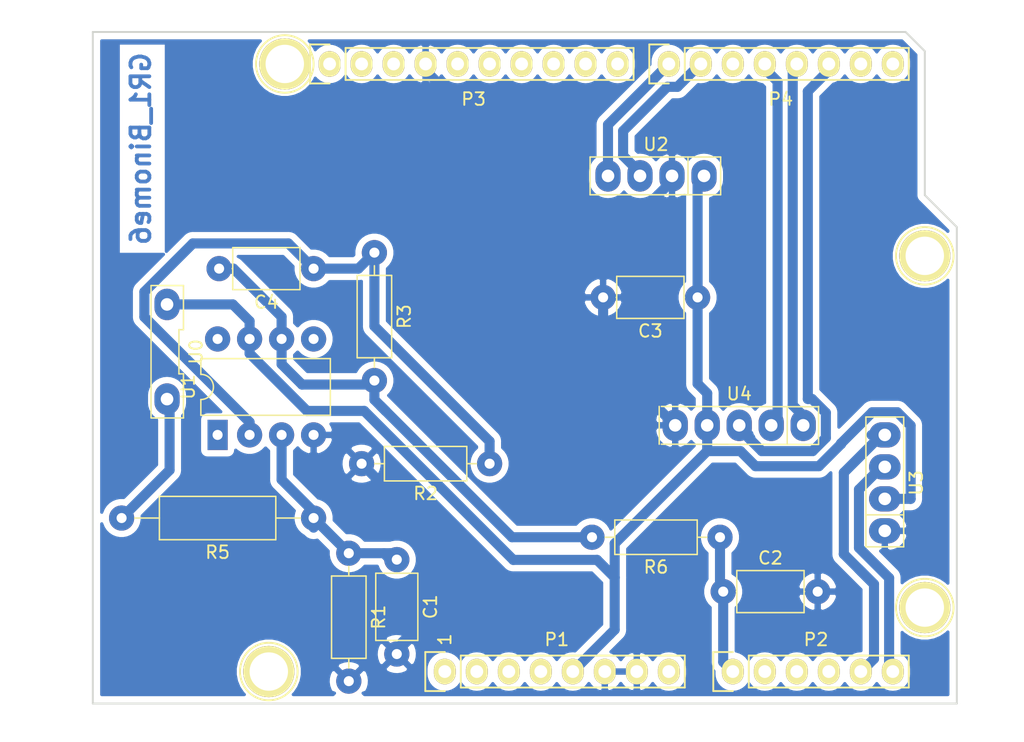
<source format=kicad_pcb>
(kicad_pcb (version 20171130) (host pcbnew "(5.1.9)-1")

  (general
    (thickness 1.6)
    (drawings 26)
    (tracks 136)
    (zones 0)
    (modules 22)
    (nets 40)
  )

  (page A4)
  (title_block
    (title Shield_Capteur_Graphite_Arduino_UNO)
    (date 2021-03-09)
    (company "INSA Toulouse")
    (comment 1 Gaich&Stephen)
  )

  (layers
    (0 F.Cu signal)
    (31 B.Cu signal)
    (32 B.Adhes user)
    (33 F.Adhes user)
    (34 B.Paste user)
    (35 F.Paste user)
    (36 B.SilkS user)
    (37 F.SilkS user)
    (38 B.Mask user)
    (39 F.Mask user)
    (40 Dwgs.User user)
    (41 Cmts.User user)
    (42 Eco1.User user)
    (43 Eco2.User user)
    (44 Edge.Cuts user)
    (45 Margin user)
    (46 B.CrtYd user)
    (47 F.CrtYd user)
    (48 B.Fab user)
    (49 F.Fab user)
  )

  (setup
    (last_trace_width 0.8)
    (trace_clearance 0.4)
    (zone_clearance 0.508)
    (zone_45_only no)
    (trace_min 0.8)
    (via_size 1.6)
    (via_drill 0.8)
    (via_min_size 0.4)
    (via_min_drill 0.3)
    (uvia_size 0.3)
    (uvia_drill 0.1)
    (uvias_allowed no)
    (uvia_min_size 0.2)
    (uvia_min_drill 0.1)
    (edge_width 0.15)
    (segment_width 0.15)
    (pcb_text_width 0.3)
    (pcb_text_size 1.5 1.5)
    (mod_edge_width 0.15)
    (mod_text_size 1 1)
    (mod_text_width 0.15)
    (pad_size 2 2.5)
    (pad_drill 1)
    (pad_to_mask_clearance 0)
    (aux_axis_origin 110.998 73.025)
    (visible_elements 7FFFFFFF)
    (pcbplotparams
      (layerselection 0x00000_fffffffe)
      (usegerberextensions false)
      (usegerberattributes true)
      (usegerberadvancedattributes true)
      (creategerberjobfile true)
      (excludeedgelayer true)
      (linewidth 0.100000)
      (plotframeref false)
      (viasonmask false)
      (mode 1)
      (useauxorigin false)
      (hpglpennumber 1)
      (hpglpenspeed 20)
      (hpglpendiameter 15.000000)
      (psnegative false)
      (psa4output false)
      (plotreference true)
      (plotvalue true)
      (plotinvisibletext false)
      (padsonsilk false)
      (subtractmaskfromsilk false)
      (outputformat 4)
      (mirror false)
      (drillshape 2)
      (scaleselection 1)
      (outputdirectory "./"))
  )

  (net 0 "")
  (net 1 /IOREF)
  (net 2 /Reset)
  (net 3 +5V)
  (net 4 GND)
  (net 5 /Vin)
  (net 6 /A1)
  (net 7 /A2)
  (net 8 /A3)
  (net 9 /AREF)
  (net 10 "/9(**)")
  (net 11 /8)
  (net 12 "/1(Tx)")
  (net 13 "/0(Rx)")
  (net 14 "Net-(P5-Pad1)")
  (net 15 "Net-(P6-Pad1)")
  (net 16 "Net-(P7-Pad1)")
  (net 17 "Net-(P8-Pad1)")
  (net 18 "/13(SCK)")
  (net 19 "/10(**/SS)")
  (net 20 "Net-(P1-Pad1)")
  (net 21 +3V3)
  (net 22 "/12(MISO)")
  (net 23 "/11(**/MOSI)")
  (net 24 "Net-(C1-Pad1)")
  (net 25 ADC)
  (net 26 "Net-(C4-Pad1)")
  (net 27 "Net-(C4-Pad2)")
  (net 28 SCL)
  (net 29 SDA)
  (net 30 Rx)
  (net 31 Tx)
  (net 32 SWITCH)
  (net 33 DATA)
  (net 34 CLK)
  (net 35 "Net-(R5-Pad2)")
  (net 36 "Net-(U1-Pad1)")
  (net 37 "Net-(U1-Pad5)")
  (net 38 "Net-(U1-Pad8)")
  (net 39 "/5(**)")

  (net_class Default "This is the default net class."
    (clearance 0.4)
    (trace_width 0.8)
    (via_dia 1.6)
    (via_drill 0.8)
    (uvia_dia 0.3)
    (uvia_drill 0.1)
    (add_net +3V3)
    (add_net +5V)
    (add_net "/0(Rx)")
    (add_net "/1(Tx)")
    (add_net "/10(**/SS)")
    (add_net "/11(**/MOSI)")
    (add_net "/12(MISO)")
    (add_net "/13(SCK)")
    (add_net "/5(**)")
    (add_net /8)
    (add_net "/9(**)")
    (add_net /A1)
    (add_net /A2)
    (add_net /A3)
    (add_net /AREF)
    (add_net /IOREF)
    (add_net /Reset)
    (add_net /Vin)
    (add_net ADC)
    (add_net CLK)
    (add_net DATA)
    (add_net GND)
    (add_net "Net-(C1-Pad1)")
    (add_net "Net-(C4-Pad1)")
    (add_net "Net-(C4-Pad2)")
    (add_net "Net-(P1-Pad1)")
    (add_net "Net-(P5-Pad1)")
    (add_net "Net-(P6-Pad1)")
    (add_net "Net-(P7-Pad1)")
    (add_net "Net-(P8-Pad1)")
    (add_net "Net-(R5-Pad2)")
    (add_net "Net-(U1-Pad1)")
    (add_net "Net-(U1-Pad5)")
    (add_net "Net-(U1-Pad8)")
    (add_net Rx)
    (add_net SCL)
    (add_net SDA)
    (add_net SWITCH)
    (add_net Tx)
  )

  (module Package_DIP:DIP-8_W7.62mm_LongPads (layer F.Cu) (tedit 6048CDEF) (tstamp 60369176)
    (at 120.904 105.029 90)
    (descr "8-lead though-hole mounted DIP package, row spacing 7.62 mm (300 mils), LongPads")
    (tags "THT DIP DIL PDIP 2.54mm 7.62mm 300mil LongPads")
    (path /6037CCFE)
    (fp_text reference U1 (at 3.81 -2.33 90) (layer F.SilkS)
      (effects (font (size 1 1) (thickness 0.15)))
    )
    (fp_text value LTC1050 (at 3.81 9.95 90) (layer F.Fab)
      (effects (font (size 1 1) (thickness 0.15)))
    )
    (fp_line (start 1.635 -1.27) (end 6.985 -1.27) (layer F.Fab) (width 0.1))
    (fp_line (start 6.985 -1.27) (end 6.985 8.89) (layer F.Fab) (width 0.1))
    (fp_line (start 6.985 8.89) (end 0.635 8.89) (layer F.Fab) (width 0.1))
    (fp_line (start 0.635 8.89) (end 0.635 -0.27) (layer F.Fab) (width 0.1))
    (fp_line (start 0.635 -0.27) (end 1.635 -1.27) (layer F.Fab) (width 0.1))
    (fp_line (start 2.81 -1.33) (end 1.56 -1.33) (layer F.SilkS) (width 0.12))
    (fp_line (start 1.56 -1.33) (end 1.56 8.95) (layer F.SilkS) (width 0.12))
    (fp_line (start 1.56 8.95) (end 6.06 8.95) (layer F.SilkS) (width 0.12))
    (fp_line (start 6.06 8.95) (end 6.06 -1.33) (layer F.SilkS) (width 0.12))
    (fp_line (start 6.06 -1.33) (end 4.81 -1.33) (layer F.SilkS) (width 0.12))
    (fp_line (start -1.45 -1.55) (end -1.45 9.15) (layer F.CrtYd) (width 0.05))
    (fp_line (start -1.45 9.15) (end 9.1 9.15) (layer F.CrtYd) (width 0.05))
    (fp_line (start 9.1 9.15) (end 9.1 -1.55) (layer F.CrtYd) (width 0.05))
    (fp_line (start 9.1 -1.55) (end -1.45 -1.55) (layer F.CrtYd) (width 0.05))
    (fp_arc (start 3.81 -1.33) (end 2.81 -1.33) (angle -180) (layer F.SilkS) (width 0.12))
    (fp_text user %R (at 3.81 3.81 270) (layer F.Fab)
      (effects (font (size 1 1) (thickness 0.15)))
    )
    (pad 1 thru_hole rect (at 0 0 90) (size 2.4 1.6) (drill 0.8) (layers *.Cu *.Mask)
      (net 36 "Net-(U1-Pad1)"))
    (pad 5 thru_hole oval (at 7.62 7.62 90) (size 2 2) (drill 0.8) (layers *.Cu *.Mask)
      (net 37 "Net-(U1-Pad5)"))
    (pad 2 thru_hole oval (at 0 2.54 90) (size 2 2) (drill 0.8) (layers *.Cu *.Mask)
      (net 26 "Net-(C4-Pad1)"))
    (pad 6 thru_hole oval (at 7.62 5.08 90) (size 2 2) (drill 0.8) (layers *.Cu *.Mask)
      (net 27 "Net-(C4-Pad2)"))
    (pad 3 thru_hole oval (at 0 5.08 90) (size 2 2) (drill 0.8) (layers *.Cu *.Mask)
      (net 24 "Net-(C1-Pad1)"))
    (pad 7 thru_hole oval (at 7.62 2.54 90) (size 2 2) (drill 0.8) (layers *.Cu *.Mask)
      (net 3 +5V))
    (pad 4 thru_hole oval (at 0 7.62 90) (size 2 2) (drill 0.8) (layers *.Cu *.Mask)
      (net 4 GND))
    (pad 8 thru_hole oval (at 7.62 0 90) (size 2 2) (drill 0.8) (layers *.Cu *.Mask)
      (net 38 "Net-(U1-Pad8)"))
    (model ${KISYS3DMOD}/Package_DIP.3dshapes/DIP-8_W7.62mm.wrl
      (at (xyz 0 0 0))
      (scale (xyz 1 1 1))
      (rotate (xyz 0 0 0))
    )
  )

  (module Capteur_Graphite:Ecran_OLED (layer F.Cu) (tedit 6048DFA8) (tstamp 60369198)
    (at 173.863 108.839 90)
    (path /603C2E6F)
    (fp_text reference U3 (at 0 2.5 90) (layer F.SilkS)
      (effects (font (size 1 1) (thickness 0.15)))
    )
    (fp_text value Ecran_OLED (at 0 -2.5 90) (layer F.Fab)
      (effects (font (size 1 1) (thickness 0.15)))
    )
    (fp_line (start -4.8768 1.25) (end -4.8768 -1.25) (layer F.CrtYd) (width 0.05))
    (fp_line (start 4.9276 1.29) (end -4.8768 1.27) (layer F.CrtYd) (width 0.05))
    (fp_line (start 4.9276 -1.27) (end 4.9276 1.29) (layer F.CrtYd) (width 0.05))
    (fp_line (start -4.8768 -1.25) (end 4.9276 -1.25) (layer F.CrtYd) (width 0.05))
    (fp_line (start -2.54 -1.5) (end -2.54 1.5) (layer F.SilkS) (width 0.12))
    (fp_line (start -5.08 1.5) (end -5.08 -1.5) (layer F.SilkS) (width 0.12))
    (fp_line (start 5.2324 1.5) (end -5.08 1.5) (layer F.SilkS) (width 0.12))
    (fp_line (start 5.2324 -1.5) (end 5.2324 1.5) (layer F.SilkS) (width 0.12))
    (fp_line (start -5.08 -1.5) (end 5.2324 -1.5) (layer F.SilkS) (width 0.12))
    (pad 4 thru_hole oval (at 3.81 0 90) (size 2 2.5) (drill 1) (layers *.Cu *.Mask)
      (net 29 SDA))
    (pad 3 thru_hole oval (at 1.27 0 90) (size 2 2.5) (drill 1) (layers *.Cu *.Mask)
      (net 28 SCL))
    (pad 2 thru_hole oval (at -1.27 0 90) (size 2 2.5) (drill 1) (layers *.Cu *.Mask)
      (net 3 +5V))
    (pad 1 thru_hole oval (at -3.81 0 90) (size 2 2.5) (drill 1) (layers *.Cu *.Mask)
      (net 4 GND))
    (model ${KIPRJMOD}/OLED_i2c_screen_3D.step
      (offset (xyz 0 -12.25 9.5))
      (scale (xyz 1 1 1))
      (rotate (xyz 0 0 0))
    )
  )

  (module Capteur_Graphite:Bluetooth_HC-05 (layer F.Cu) (tedit 6048DF5A) (tstamp 60369187)
    (at 155.702 84.455 180)
    (path /603BF140)
    (fp_text reference U2 (at 0 2.5 180) (layer F.SilkS)
      (effects (font (size 1 1) (thickness 0.15)))
    )
    (fp_text value BT_HC-05 (at 0 -2.5 180) (layer F.Fab)
      (effects (font (size 1 1) (thickness 0.15)))
    )
    (fp_line (start -4.8768 1.2192) (end -4.8768 -1.25) (layer F.CrtYd) (width 0.05))
    (fp_line (start 4.9276 1.25) (end -4.8768 1.25) (layer F.CrtYd) (width 0.05))
    (fp_line (start 4.9276 -1.25) (end 4.9276 1.25) (layer F.CrtYd) (width 0.05))
    (fp_line (start -4.8768 -1.27) (end 4.9276 -1.25) (layer F.CrtYd) (width 0.05))
    (fp_line (start -2.54 -1.5) (end -2.54 1.5) (layer F.SilkS) (width 0.12))
    (fp_line (start -5.1308 1.5) (end -5.1308 -1.5) (layer F.SilkS) (width 0.12))
    (fp_line (start 5.2324 1.5) (end -5.1308 1.5) (layer F.SilkS) (width 0.12))
    (fp_line (start 5.2324 -1.5) (end 5.2324 1.5) (layer F.SilkS) (width 0.12))
    (fp_line (start -5.1308 -1.5) (end 5.2324 -1.5) (layer F.SilkS) (width 0.12))
    (pad 5 thru_hole oval (at 3.81 0 180) (size 2 2.5) (drill 1) (layers *.Cu *.Mask)
      (net 30 Rx))
    (pad 4 thru_hole oval (at 1.27 0 180) (size 2 2.5) (drill 1) (layers *.Cu *.Mask)
      (net 31 Tx))
    (pad 3 thru_hole oval (at -1.27 0 180) (size 2 2.5) (drill 1) (layers *.Cu *.Mask)
      (net 4 GND))
    (pad 2 thru_hole oval (at -3.81 0 180) (size 2 2.5) (drill 1) (layers *.Cu *.Mask)
      (net 3 +5V))
    (model "${KIPRJMOD}/Bluetooth 3D/HC-05 Bluetooth Module.stp"
      (offset (xyz 48 69 0))
      (scale (xyz 1 1 1))
      (rotate (xyz 0 0 -90))
    )
  )

  (module Capteur_Graphite:Rot_Keyes_ky-040 (layer F.Cu) (tedit 6048DF64) (tstamp 603691AA)
    (at 162.306 104.267 180)
    (path /603D3AAD)
    (fp_text reference U4 (at 0 2.5) (layer F.SilkS)
      (effects (font (size 1 1) (thickness 0.15)))
    )
    (fp_text value Rot_Keyes_KY-040 (at 0 -2.5) (layer F.Fab)
      (effects (font (size 1 1) (thickness 0.15)))
    )
    (fp_line (start -6.1468 1.2192) (end -6.1468 -1.2808) (layer F.CrtYd) (width 0.05))
    (fp_line (start 6.1468 1.25) (end -6.1468 1.25) (layer F.CrtYd) (width 0.05))
    (fp_line (start 6.1468 -1.27) (end 6.1468 1.2192) (layer F.CrtYd) (width 0.05))
    (fp_line (start -6.1468 -1.25) (end 6.1468 -1.27) (layer F.CrtYd) (width 0.05))
    (fp_line (start -3.81 -1.5) (end -3.81 1.5) (layer F.SilkS) (width 0.12))
    (fp_line (start -6.2992 1.5) (end -6.2992 -1.5) (layer F.SilkS) (width 0.12))
    (fp_line (start 6.18 1.5) (end -6.2992 1.4732) (layer F.SilkS) (width 0.12))
    (fp_line (start 6.35 -1.5) (end 6.35 1.5) (layer F.SilkS) (width 0.12))
    (fp_line (start -6.2992 -1.524) (end 6.18 -1.5) (layer F.SilkS) (width 0.12))
    (pad 5 thru_hole oval (at 5.08 0 180) (size 2 2.5) (drill 1) (layers *.Cu *.Mask)
      (net 4 GND))
    (pad 4 thru_hole oval (at 2.54 0 180) (size 2 2.5) (drill 1) (layers *.Cu *.Mask)
      (net 3 +5V))
    (pad 3 thru_hole oval (at 0 0 180) (size 2 2.5) (drill 1) (layers *.Cu B.Mask)
      (net 32 SWITCH))
    (pad 2 thru_hole oval (at -2.54 0 180) (size 2 2.5) (drill 1) (layers *.Cu *.Mask)
      (net 33 DATA))
    (pad 1 thru_hole oval (at -5.08 0 180) (size 2 2.5) (drill 1) (layers *.Cu *.Mask)
      (net 34 CLK))
    (model "${KIPRJMOD}/rotary-encoder-ky-040-1_3D/Encoder KY-040.STEP"
      (offset (xyz 1.5 -7 15.5))
      (scale (xyz 1 1 1))
      (rotate (xyz -180 0 180))
    )
  )

  (module Capteur_Graphite:CG (layer F.Cu) (tedit 6048CDC1) (tstamp 6036915A)
    (at 117.094 98.425 180)
    (path /60489E9C)
    (fp_text reference U0 (at -2.1 0 90) (layer F.SilkS)
      (effects (font (size 1 1) (thickness 0.15)))
    )
    (fp_text value CG (at -3.81 0 90) (layer F.Fab)
      (effects (font (size 1 1) (thickness 0.15)))
    )
    (fp_line (start -0.85 5.01) (end -0.85 -5.01) (layer F.CrtYd) (width 0.05))
    (fp_line (start 1.27 5.0292) (end -0.85 5.01) (layer F.CrtYd) (width 0.05))
    (fp_line (start 1.27 -5.0292) (end 1.27 5.0292) (layer F.CrtYd) (width 0.05))
    (fp_line (start -0.85 -5.01) (end 1.27 -5.01) (layer F.CrtYd) (width 0.05))
    (fp_line (start -1.1 1.753333) (end -1.1 5.26) (layer F.SilkS) (width 0.12))
    (fp_line (start -0.74 1.753333) (end -1.1 1.753333) (layer F.SilkS) (width 0.12))
    (fp_line (start -0.739999 -1.753333) (end -0.74 1.753333) (layer F.SilkS) (width 0.12))
    (fp_line (start -1.1 -1.753333) (end -0.739999 -1.753333) (layer F.SilkS) (width 0.12))
    (fp_line (start -1.099999 -5.26) (end -1.1 -1.753333) (layer F.SilkS) (width 0.12))
    (fp_line (start 1.4732 -5.26) (end -1.099999 -5.26) (layer F.SilkS) (width 0.12))
    (fp_line (start 1.4732 5.26) (end 1.4732 -5.2324) (layer F.SilkS) (width 0.12))
    (fp_line (start -1.1 5.26) (end 1.4732 5.26) (layer F.SilkS) (width 0.12))
    (pad 1 thru_hole oval (at 0.2032 3.76 180) (size 2 2.5) (drill 1) (layers *.Cu *.Mask)
      (net 3 +5V))
    (pad 2 thru_hole oval (at 0.2032 -3.76 180) (size 2 2.5) (drill 1) (layers *.Cu *.Mask)
      (net 35 "Net-(R5-Pad2)"))
  )

  (module Socket_Arduino_Uno:Socket_Strip_Arduino_1x08 locked (layer F.Cu) (tedit 552168D2) (tstamp 551AF9EA)
    (at 138.938 123.825)
    (descr "Through hole socket strip")
    (tags "socket strip")
    (path /56D70129)
    (fp_text reference P1 (at 8.89 -2.54) (layer F.SilkS)
      (effects (font (size 1 1) (thickness 0.15)))
    )
    (fp_text value Power (at 8.89 -4.064) (layer F.Fab)
      (effects (font (size 1 1) (thickness 0.15)))
    )
    (fp_line (start -1.75 -1.75) (end -1.75 1.75) (layer F.CrtYd) (width 0.05))
    (fp_line (start 19.55 -1.75) (end 19.55 1.75) (layer F.CrtYd) (width 0.05))
    (fp_line (start -1.75 -1.75) (end 19.55 -1.75) (layer F.CrtYd) (width 0.05))
    (fp_line (start -1.75 1.75) (end 19.55 1.75) (layer F.CrtYd) (width 0.05))
    (fp_line (start 1.27 1.27) (end 19.05 1.27) (layer F.SilkS) (width 0.15))
    (fp_line (start 19.05 1.27) (end 19.05 -1.27) (layer F.SilkS) (width 0.15))
    (fp_line (start 19.05 -1.27) (end 1.27 -1.27) (layer F.SilkS) (width 0.15))
    (fp_line (start -1.55 1.55) (end 0 1.55) (layer F.SilkS) (width 0.15))
    (fp_line (start 1.27 1.27) (end 1.27 -1.27) (layer F.SilkS) (width 0.15))
    (fp_line (start 0 -1.55) (end -1.55 -1.55) (layer F.SilkS) (width 0.15))
    (fp_line (start -1.55 -1.55) (end -1.55 1.55) (layer F.SilkS) (width 0.15))
    (pad 1 thru_hole oval (at 0 0) (size 1.7272 2.032) (drill 1.016) (layers *.Cu *.Mask F.SilkS)
      (net 20 "Net-(P1-Pad1)"))
    (pad 2 thru_hole oval (at 2.54 0) (size 1.7272 2.032) (drill 1.016) (layers *.Cu *.Mask F.SilkS)
      (net 1 /IOREF))
    (pad 3 thru_hole oval (at 5.08 0) (size 1.7272 2.032) (drill 1.016) (layers *.Cu *.Mask F.SilkS)
      (net 2 /Reset))
    (pad 4 thru_hole oval (at 7.62 0) (size 1.7272 2.032) (drill 1.016) (layers *.Cu *.Mask F.SilkS)
      (net 21 +3V3))
    (pad 5 thru_hole oval (at 10.16 0) (size 1.7272 2.032) (drill 1.016) (layers *.Cu *.Mask F.SilkS)
      (net 3 +5V))
    (pad 6 thru_hole oval (at 12.7 0) (size 1.7272 2.032) (drill 1.016) (layers *.Cu *.Mask F.SilkS)
      (net 4 GND))
    (pad 7 thru_hole oval (at 15.24 0) (size 1.7272 2.032) (drill 1.016) (layers *.Cu *.Mask F.SilkS)
      (net 4 GND))
    (pad 8 thru_hole oval (at 17.78 0) (size 1.7272 2.032) (drill 1.016) (layers *.Cu *.Mask F.SilkS)
      (net 5 /Vin))
    (model ${KIPRJMOD}/Socket_Arduino_Uno.3dshapes/Socket_header_Arduino_1x08.wrl
      (offset (xyz 8.889999866485596 0 0))
      (scale (xyz 1 1 1))
      (rotate (xyz 0 0 180))
    )
  )

  (module Socket_Arduino_Uno:Socket_Strip_Arduino_1x06 locked (layer F.Cu) (tedit 552168D6) (tstamp 551AF9FF)
    (at 161.798 123.825)
    (descr "Through hole socket strip")
    (tags "socket strip")
    (path /56D70DD8)
    (fp_text reference P2 (at 6.604 -2.54) (layer F.SilkS)
      (effects (font (size 1 1) (thickness 0.15)))
    )
    (fp_text value Analog (at 6.604 -4.064) (layer F.Fab)
      (effects (font (size 1 1) (thickness 0.15)))
    )
    (fp_line (start -1.75 -1.75) (end -1.75 1.75) (layer F.CrtYd) (width 0.05))
    (fp_line (start 14.45 -1.75) (end 14.45 1.75) (layer F.CrtYd) (width 0.05))
    (fp_line (start -1.75 -1.75) (end 14.45 -1.75) (layer F.CrtYd) (width 0.05))
    (fp_line (start -1.75 1.75) (end 14.45 1.75) (layer F.CrtYd) (width 0.05))
    (fp_line (start 1.27 1.27) (end 13.97 1.27) (layer F.SilkS) (width 0.15))
    (fp_line (start 13.97 1.27) (end 13.97 -1.27) (layer F.SilkS) (width 0.15))
    (fp_line (start 13.97 -1.27) (end 1.27 -1.27) (layer F.SilkS) (width 0.15))
    (fp_line (start -1.55 1.55) (end 0 1.55) (layer F.SilkS) (width 0.15))
    (fp_line (start 1.27 1.27) (end 1.27 -1.27) (layer F.SilkS) (width 0.15))
    (fp_line (start 0 -1.55) (end -1.55 -1.55) (layer F.SilkS) (width 0.15))
    (fp_line (start -1.55 -1.55) (end -1.55 1.55) (layer F.SilkS) (width 0.15))
    (pad 1 thru_hole oval (at 0 0) (size 1.7272 2.032) (drill 1.016) (layers *.Cu *.Mask F.SilkS)
      (net 25 ADC))
    (pad 2 thru_hole oval (at 2.54 0) (size 1.7272 2.032) (drill 1.016) (layers *.Cu *.Mask F.SilkS)
      (net 6 /A1))
    (pad 3 thru_hole oval (at 5.08 0) (size 1.7272 2.032) (drill 1.016) (layers *.Cu *.Mask F.SilkS)
      (net 7 /A2))
    (pad 4 thru_hole oval (at 7.62 0) (size 1.7272 2.032) (drill 1.016) (layers *.Cu *.Mask F.SilkS)
      (net 8 /A3))
    (pad 5 thru_hole oval (at 10.16 0) (size 1.7272 2.032) (drill 1.016) (layers *.Cu *.Mask F.SilkS)
      (net 29 SDA))
    (pad 6 thru_hole oval (at 12.7 0) (size 1.7272 2.032) (drill 1.016) (layers *.Cu *.Mask F.SilkS)
      (net 28 SCL))
    (model ${KIPRJMOD}/Socket_Arduino_Uno.3dshapes/Socket_header_Arduino_1x06.wrl
      (offset (xyz 6.349999904632568 0 0))
      (scale (xyz 1 1 1))
      (rotate (xyz 0 0 180))
    )
  )

  (module Socket_Arduino_Uno:Socket_Strip_Arduino_1x10 locked (layer F.Cu) (tedit 552168BF) (tstamp 551AFA18)
    (at 129.794 75.565)
    (descr "Through hole socket strip")
    (tags "socket strip")
    (path /56D721E0)
    (fp_text reference P3 (at 11.43 2.794) (layer F.SilkS)
      (effects (font (size 1 1) (thickness 0.15)))
    )
    (fp_text value Digital (at 11.43 4.318) (layer F.Fab)
      (effects (font (size 1 1) (thickness 0.15)))
    )
    (fp_line (start -1.75 -1.75) (end -1.75 1.75) (layer F.CrtYd) (width 0.05))
    (fp_line (start 24.65 -1.75) (end 24.65 1.75) (layer F.CrtYd) (width 0.05))
    (fp_line (start -1.75 -1.75) (end 24.65 -1.75) (layer F.CrtYd) (width 0.05))
    (fp_line (start -1.75 1.75) (end 24.65 1.75) (layer F.CrtYd) (width 0.05))
    (fp_line (start 1.27 1.27) (end 24.13 1.27) (layer F.SilkS) (width 0.15))
    (fp_line (start 24.13 1.27) (end 24.13 -1.27) (layer F.SilkS) (width 0.15))
    (fp_line (start 24.13 -1.27) (end 1.27 -1.27) (layer F.SilkS) (width 0.15))
    (fp_line (start -1.55 1.55) (end 0 1.55) (layer F.SilkS) (width 0.15))
    (fp_line (start 1.27 1.27) (end 1.27 -1.27) (layer F.SilkS) (width 0.15))
    (fp_line (start 0 -1.55) (end -1.55 -1.55) (layer F.SilkS) (width 0.15))
    (fp_line (start -1.55 -1.55) (end -1.55 1.55) (layer F.SilkS) (width 0.15))
    (pad 1 thru_hole oval (at 0 0) (size 1.7272 2.032) (drill 1.016) (layers *.Cu *.Mask F.SilkS)
      (net 28 SCL))
    (pad 2 thru_hole oval (at 2.54 0) (size 1.7272 2.032) (drill 1.016) (layers *.Cu *.Mask F.SilkS)
      (net 29 SDA))
    (pad 3 thru_hole oval (at 5.08 0) (size 1.7272 2.032) (drill 1.016) (layers *.Cu *.Mask F.SilkS)
      (net 9 /AREF))
    (pad 4 thru_hole oval (at 7.62 0) (size 1.7272 2.032) (drill 1.016) (layers *.Cu *.Mask F.SilkS)
      (net 4 GND))
    (pad 5 thru_hole oval (at 10.16 0) (size 1.7272 2.032) (drill 1.016) (layers *.Cu *.Mask F.SilkS)
      (net 18 "/13(SCK)"))
    (pad 6 thru_hole oval (at 12.7 0) (size 1.7272 2.032) (drill 1.016) (layers *.Cu *.Mask F.SilkS)
      (net 22 "/12(MISO)"))
    (pad 7 thru_hole oval (at 15.24 0) (size 1.7272 2.032) (drill 1.016) (layers *.Cu *.Mask F.SilkS)
      (net 23 "/11(**/MOSI)"))
    (pad 8 thru_hole oval (at 17.78 0) (size 1.7272 2.032) (drill 1.016) (layers *.Cu *.Mask F.SilkS)
      (net 19 "/10(**/SS)"))
    (pad 9 thru_hole oval (at 20.32 0) (size 1.7272 2.032) (drill 1.016) (layers *.Cu *.Mask F.SilkS)
      (net 10 "/9(**)"))
    (pad 10 thru_hole oval (at 22.86 0) (size 1.7272 2.032) (drill 1.016) (layers *.Cu *.Mask F.SilkS)
      (net 11 /8))
    (model ${KIPRJMOD}/Socket_Arduino_Uno.3dshapes/Socket_header_Arduino_1x10.wrl
      (offset (xyz 11.42999982833862 0 0))
      (scale (xyz 1 1 1))
      (rotate (xyz 0 0 180))
    )
  )

  (module Socket_Arduino_Uno:Socket_Strip_Arduino_1x08 locked (layer F.Cu) (tedit 552168C7) (tstamp 551AFA2F)
    (at 156.718 75.565)
    (descr "Through hole socket strip")
    (tags "socket strip")
    (path /56D7164F)
    (fp_text reference P4 (at 8.89 2.794) (layer F.SilkS)
      (effects (font (size 1 1) (thickness 0.15)))
    )
    (fp_text value Digital (at 8.89 4.318) (layer F.Fab)
      (effects (font (size 1 1) (thickness 0.15)))
    )
    (fp_line (start -1.75 -1.75) (end -1.75 1.75) (layer F.CrtYd) (width 0.05))
    (fp_line (start 19.55 -1.75) (end 19.55 1.75) (layer F.CrtYd) (width 0.05))
    (fp_line (start -1.75 -1.75) (end 19.55 -1.75) (layer F.CrtYd) (width 0.05))
    (fp_line (start -1.75 1.75) (end 19.55 1.75) (layer F.CrtYd) (width 0.05))
    (fp_line (start 1.27 1.27) (end 19.05 1.27) (layer F.SilkS) (width 0.15))
    (fp_line (start 19.05 1.27) (end 19.05 -1.27) (layer F.SilkS) (width 0.15))
    (fp_line (start 19.05 -1.27) (end 1.27 -1.27) (layer F.SilkS) (width 0.15))
    (fp_line (start -1.55 1.55) (end 0 1.55) (layer F.SilkS) (width 0.15))
    (fp_line (start 1.27 1.27) (end 1.27 -1.27) (layer F.SilkS) (width 0.15))
    (fp_line (start 0 -1.55) (end -1.55 -1.55) (layer F.SilkS) (width 0.15))
    (fp_line (start -1.55 -1.55) (end -1.55 1.55) (layer F.SilkS) (width 0.15))
    (pad 1 thru_hole oval (at 0 0) (size 1.7272 2.032) (drill 1.016) (layers *.Cu *.Mask F.SilkS)
      (net 30 Rx))
    (pad 2 thru_hole oval (at 2.54 0) (size 1.7272 2.032) (drill 1.016) (layers *.Cu *.Mask F.SilkS)
      (net 31 Tx))
    (pad 3 thru_hole oval (at 5.08 0) (size 1.7272 2.032) (drill 1.016) (layers *.Cu *.Mask F.SilkS)
      (net 39 "/5(**)"))
    (pad 4 thru_hole oval (at 7.62 0) (size 1.7272 2.032) (drill 1.016) (layers *.Cu *.Mask F.SilkS)
      (net 33 DATA))
    (pad 5 thru_hole oval (at 10.16 0) (size 1.7272 2.032) (drill 1.016) (layers *.Cu *.Mask F.SilkS)
      (net 34 CLK))
    (pad 6 thru_hole oval (at 12.7 0) (size 1.7272 2.032) (drill 1.016) (layers *.Cu *.Mask F.SilkS)
      (net 32 SWITCH))
    (pad 7 thru_hole oval (at 15.24 0) (size 1.7272 2.032) (drill 1.016) (layers *.Cu *.Mask F.SilkS)
      (net 12 "/1(Tx)"))
    (pad 8 thru_hole oval (at 17.78 0) (size 1.7272 2.032) (drill 1.016) (layers *.Cu *.Mask F.SilkS)
      (net 13 "/0(Rx)"))
    (model ${KIPRJMOD}/Socket_Arduino_Uno.3dshapes/Socket_header_Arduino_1x08.wrl
      (offset (xyz 8.889999866485596 0 0))
      (scale (xyz 1 1 1))
      (rotate (xyz 0 0 180))
    )
  )

  (module Socket_Arduino_Uno:Arduino_1pin locked (layer F.Cu) (tedit 5524FC39) (tstamp 5524FC3F)
    (at 124.968 123.825)
    (descr "module 1 pin (ou trou mecanique de percage)")
    (tags DEV)
    (path /56D71177)
    (fp_text reference P5 (at 0 -3.048) (layer F.SilkS) hide
      (effects (font (size 1 1) (thickness 0.15)))
    )
    (fp_text value CONN_01X01 (at 0 2.794) (layer F.Fab) hide
      (effects (font (size 1 1) (thickness 0.15)))
    )
    (fp_circle (center 0 0) (end 0 -2.286) (layer F.SilkS) (width 0.15))
    (pad 1 thru_hole circle (at 0 0) (size 4.064 4.064) (drill 3.048) (layers *.Cu *.Mask F.SilkS)
      (net 14 "Net-(P5-Pad1)"))
  )

  (module Socket_Arduino_Uno:Arduino_1pin locked (layer F.Cu) (tedit 5524FC4A) (tstamp 5524FC44)
    (at 177.038 118.745)
    (descr "module 1 pin (ou trou mecanique de percage)")
    (tags DEV)
    (path /56D71274)
    (fp_text reference P6 (at 0 -3.048) (layer F.SilkS) hide
      (effects (font (size 1 1) (thickness 0.15)))
    )
    (fp_text value CONN_01X01 (at 0 2.794) (layer F.Fab) hide
      (effects (font (size 1 1) (thickness 0.15)))
    )
    (fp_circle (center 0 0) (end 0 -2.286) (layer F.SilkS) (width 0.15))
    (pad 1 thru_hole circle (at 0 0) (size 4.064 4.064) (drill 3.048) (layers *.Cu *.Mask F.SilkS)
      (net 15 "Net-(P6-Pad1)"))
  )

  (module Socket_Arduino_Uno:Arduino_1pin locked (layer F.Cu) (tedit 5524FC2F) (tstamp 5524FC49)
    (at 126.238 75.565)
    (descr "module 1 pin (ou trou mecanique de percage)")
    (tags DEV)
    (path /56D712A8)
    (fp_text reference P7 (at 0 -3.048) (layer F.SilkS) hide
      (effects (font (size 1 1) (thickness 0.15)))
    )
    (fp_text value CONN_01X01 (at 0 2.794) (layer F.Fab) hide
      (effects (font (size 1 1) (thickness 0.15)))
    )
    (fp_circle (center 0 0) (end 0 -2.286) (layer F.SilkS) (width 0.15))
    (pad 1 thru_hole circle (at 0 0) (size 4.064 4.064) (drill 3.048) (layers *.Cu *.Mask F.SilkS)
      (net 16 "Net-(P7-Pad1)"))
  )

  (module Socket_Arduino_Uno:Arduino_1pin locked (layer F.Cu) (tedit 5524FC41) (tstamp 5524FC4E)
    (at 177.038 90.805)
    (descr "module 1 pin (ou trou mecanique de percage)")
    (tags DEV)
    (path /56D712DB)
    (fp_text reference P8 (at 0 -3.048) (layer F.SilkS) hide
      (effects (font (size 1 1) (thickness 0.15)))
    )
    (fp_text value CONN_01X01 (at 0 2.794) (layer F.Fab) hide
      (effects (font (size 1 1) (thickness 0.15)))
    )
    (fp_circle (center 0 0) (end 0 -2.286) (layer F.SilkS) (width 0.15))
    (pad 1 thru_hole circle (at 0 0) (size 4.064 4.064) (drill 3.048) (layers *.Cu *.Mask F.SilkS)
      (net 17 "Net-(P8-Pad1)"))
  )

  (module Capacitor_THT:C_Axial_L5.1mm_D3.1mm_P7.50mm_Horizontal (layer F.Cu) (tedit 5AE50EF0) (tstamp 60369090)
    (at 135.128 114.935 270)
    (descr "C, Axial series, Axial, Horizontal, pin pitch=7.5mm, , length*diameter=5.1*3.1mm^2, http://www.vishay.com/docs/45231/arseries.pdf")
    (tags "C Axial series Axial Horizontal pin pitch 7.5mm  length 5.1mm diameter 3.1mm")
    (path /603577AC)
    (fp_text reference C1 (at 3.75 -2.67 90) (layer F.SilkS)
      (effects (font (size 1 1) (thickness 0.15)))
    )
    (fp_text value 100n (at 3.75 2.67 90) (layer F.Fab)
      (effects (font (size 1 1) (thickness 0.15)))
    )
    (fp_line (start 1.2 -1.55) (end 1.2 1.55) (layer F.Fab) (width 0.1))
    (fp_line (start 1.2 1.55) (end 6.3 1.55) (layer F.Fab) (width 0.1))
    (fp_line (start 6.3 1.55) (end 6.3 -1.55) (layer F.Fab) (width 0.1))
    (fp_line (start 6.3 -1.55) (end 1.2 -1.55) (layer F.Fab) (width 0.1))
    (fp_line (start 0 0) (end 1.2 0) (layer F.Fab) (width 0.1))
    (fp_line (start 7.5 0) (end 6.3 0) (layer F.Fab) (width 0.1))
    (fp_line (start 1.08 -1.67) (end 1.08 1.67) (layer F.SilkS) (width 0.12))
    (fp_line (start 1.08 1.67) (end 6.42 1.67) (layer F.SilkS) (width 0.12))
    (fp_line (start 6.42 1.67) (end 6.42 -1.67) (layer F.SilkS) (width 0.12))
    (fp_line (start 6.42 -1.67) (end 1.08 -1.67) (layer F.SilkS) (width 0.12))
    (fp_line (start 1.04 0) (end 1.08 0) (layer F.SilkS) (width 0.12))
    (fp_line (start 6.46 0) (end 6.42 0) (layer F.SilkS) (width 0.12))
    (fp_line (start -1.05 -1.8) (end -1.05 1.8) (layer F.CrtYd) (width 0.05))
    (fp_line (start -1.05 1.8) (end 8.55 1.8) (layer F.CrtYd) (width 0.05))
    (fp_line (start 8.55 1.8) (end 8.55 -1.8) (layer F.CrtYd) (width 0.05))
    (fp_line (start 8.55 -1.8) (end -1.05 -1.8) (layer F.CrtYd) (width 0.05))
    (fp_text user %R (at 3.75 0 90) (layer F.Fab)
      (effects (font (size 1 1) (thickness 0.15)))
    )
    (pad 1 thru_hole circle (at 0 0 270) (size 2 2) (drill 0.8) (layers *.Cu *.Mask)
      (net 24 "Net-(C1-Pad1)"))
    (pad 2 thru_hole circle (at 7.5 0 270) (size 2 2) (drill 0.8) (layers *.Cu *.Mask)
      (net 4 GND))
    (model ${KISYS3DMOD}/Capacitor_THT.3dshapes/C_Axial_L5.1mm_D3.1mm_P7.50mm_Horizontal.wrl
      (at (xyz 0 0 0))
      (scale (xyz 1 1 1))
      (rotate (xyz 0 0 0))
    )
  )

  (module Capacitor_THT:C_Axial_L5.1mm_D3.1mm_P7.50mm_Horizontal (layer F.Cu) (tedit 5AE50EF0) (tstamp 603690A7)
    (at 161.036 117.475)
    (descr "C, Axial series, Axial, Horizontal, pin pitch=7.5mm, , length*diameter=5.1*3.1mm^2, http://www.vishay.com/docs/45231/arseries.pdf")
    (tags "C Axial series Axial Horizontal pin pitch 7.5mm  length 5.1mm diameter 3.1mm")
    (path /6035F2E5)
    (fp_text reference C2 (at 3.75 -2.67) (layer F.SilkS)
      (effects (font (size 1 1) (thickness 0.15)))
    )
    (fp_text value 100n (at 3.75 2.67) (layer F.Fab)
      (effects (font (size 1 1) (thickness 0.15)))
    )
    (fp_line (start 8.55 -1.8) (end -1.05 -1.8) (layer F.CrtYd) (width 0.05))
    (fp_line (start 8.55 1.8) (end 8.55 -1.8) (layer F.CrtYd) (width 0.05))
    (fp_line (start -1.05 1.8) (end 8.55 1.8) (layer F.CrtYd) (width 0.05))
    (fp_line (start -1.05 -1.8) (end -1.05 1.8) (layer F.CrtYd) (width 0.05))
    (fp_line (start 6.46 0) (end 6.42 0) (layer F.SilkS) (width 0.12))
    (fp_line (start 1.04 0) (end 1.08 0) (layer F.SilkS) (width 0.12))
    (fp_line (start 6.42 -1.67) (end 1.08 -1.67) (layer F.SilkS) (width 0.12))
    (fp_line (start 6.42 1.67) (end 6.42 -1.67) (layer F.SilkS) (width 0.12))
    (fp_line (start 1.08 1.67) (end 6.42 1.67) (layer F.SilkS) (width 0.12))
    (fp_line (start 1.08 -1.67) (end 1.08 1.67) (layer F.SilkS) (width 0.12))
    (fp_line (start 7.5 0) (end 6.3 0) (layer F.Fab) (width 0.1))
    (fp_line (start 0 0) (end 1.2 0) (layer F.Fab) (width 0.1))
    (fp_line (start 6.3 -1.55) (end 1.2 -1.55) (layer F.Fab) (width 0.1))
    (fp_line (start 6.3 1.55) (end 6.3 -1.55) (layer F.Fab) (width 0.1))
    (fp_line (start 1.2 1.55) (end 6.3 1.55) (layer F.Fab) (width 0.1))
    (fp_line (start 1.2 -1.55) (end 1.2 1.55) (layer F.Fab) (width 0.1))
    (fp_text user %R (at 3.75 0 180) (layer F.Fab)
      (effects (font (size 1 1) (thickness 0.15)))
    )
    (pad 2 thru_hole oval (at 7.5 0) (size 2 2) (drill 0.8) (layers *.Cu *.Mask)
      (net 4 GND))
    (pad 1 thru_hole oval (at 0 0) (size 2 2) (drill 0.8) (layers *.Cu *.Mask)
      (net 25 ADC))
    (model ${KISYS3DMOD}/Capacitor_THT.3dshapes/C_Axial_L5.1mm_D3.1mm_P7.50mm_Horizontal.wrl
      (at (xyz 0 0 0))
      (scale (xyz 1 1 1))
      (rotate (xyz 0 0 0))
    )
  )

  (module Capacitor_THT:C_Axial_L5.1mm_D3.1mm_P7.50mm_Horizontal (layer F.Cu) (tedit 6048DFA2) (tstamp 603690BE)
    (at 159.004 94.107 180)
    (descr "C, Axial series, Axial, Horizontal, pin pitch=7.5mm, , length*diameter=5.1*3.1mm^2, http://www.vishay.com/docs/45231/arseries.pdf")
    (tags "C Axial series Axial Horizontal pin pitch 7.5mm  length 5.1mm diameter 3.1mm")
    (path /6035BFD2)
    (fp_text reference C3 (at 3.75 -2.67) (layer F.SilkS)
      (effects (font (size 1 1) (thickness 0.15)))
    )
    (fp_text value 100n (at 3.75 2.67) (layer F.Fab)
      (effects (font (size 1 1) (thickness 0.15)))
    )
    (fp_line (start 8.55 -1.8) (end -1.05 -1.8) (layer F.CrtYd) (width 0.05))
    (fp_line (start 8.55 1.8) (end 8.55 -1.8) (layer F.CrtYd) (width 0.05))
    (fp_line (start -1.05 1.8) (end 8.55 1.8) (layer F.CrtYd) (width 0.05))
    (fp_line (start -1.05 -1.8) (end -1.05 1.8) (layer F.CrtYd) (width 0.05))
    (fp_line (start 6.46 0) (end 6.42 0) (layer F.SilkS) (width 0.12))
    (fp_line (start 1.04 0) (end 1.08 0) (layer F.SilkS) (width 0.12))
    (fp_line (start 6.42 -1.67) (end 1.08 -1.67) (layer F.SilkS) (width 0.12))
    (fp_line (start 6.42 1.67) (end 6.42 -1.67) (layer F.SilkS) (width 0.12))
    (fp_line (start 1.08 1.67) (end 6.42 1.67) (layer F.SilkS) (width 0.12))
    (fp_line (start 1.08 -1.67) (end 1.08 1.67) (layer F.SilkS) (width 0.12))
    (fp_line (start 7.5 0) (end 6.3 0) (layer F.Fab) (width 0.1))
    (fp_line (start 0 0) (end 1.2 0) (layer F.Fab) (width 0.1))
    (fp_line (start 6.3 -1.55) (end 1.2 -1.55) (layer F.Fab) (width 0.1))
    (fp_line (start 6.3 1.55) (end 6.3 -1.55) (layer F.Fab) (width 0.1))
    (fp_line (start 1.2 1.55) (end 6.3 1.55) (layer F.Fab) (width 0.1))
    (fp_line (start 1.2 -1.55) (end 1.2 1.55) (layer F.Fab) (width 0.1))
    (fp_text user %R (at 3.556 0) (layer F.Fab)
      (effects (font (size 1 1) (thickness 0.15)))
    )
    (pad 2 thru_hole oval (at 7.5 0 180) (size 2 2) (drill 0.8) (layers *.Cu *.Mask)
      (net 4 GND))
    (pad 1 thru_hole circle (at 0 0 180) (size 2 2) (drill 0.8) (layers *.Cu *.Mask)
      (net 3 +5V))
    (model ${KISYS3DMOD}/Capacitor_THT.3dshapes/C_Axial_L5.1mm_D3.1mm_P7.50mm_Horizontal.wrl
      (at (xyz 0 0 0))
      (scale (xyz 1 1 1))
      (rotate (xyz 0 0 0))
    )
  )

  (module Capacitor_THT:C_Axial_L5.1mm_D3.1mm_P7.50mm_Horizontal (layer F.Cu) (tedit 6048C667) (tstamp 603690D5)
    (at 128.524 91.821 180)
    (descr "C, Axial series, Axial, Horizontal, pin pitch=7.5mm, , length*diameter=5.1*3.1mm^2, http://www.vishay.com/docs/45231/arseries.pdf")
    (tags "C Axial series Axial Horizontal pin pitch 7.5mm  length 5.1mm diameter 3.1mm")
    (path /6035AAC2)
    (fp_text reference C4 (at 3.75 -2.67) (layer F.SilkS)
      (effects (font (size 1 1) (thickness 0.15)))
    )
    (fp_text value 1µ (at 3.75 2.67) (layer F.Fab)
      (effects (font (size 1 1) (thickness 0.15)))
    )
    (fp_line (start 1.2 -1.55) (end 1.2 1.55) (layer F.Fab) (width 0.1))
    (fp_line (start 1.2 1.55) (end 6.3 1.55) (layer F.Fab) (width 0.1))
    (fp_line (start 6.3 1.55) (end 6.3 -1.55) (layer F.Fab) (width 0.1))
    (fp_line (start 6.3 -1.55) (end 1.2 -1.55) (layer F.Fab) (width 0.1))
    (fp_line (start 0 0) (end 1.2 0) (layer F.Fab) (width 0.1))
    (fp_line (start 7.5 0) (end 6.3 0) (layer F.Fab) (width 0.1))
    (fp_line (start 1.08 -1.67) (end 1.08 1.67) (layer F.SilkS) (width 0.12))
    (fp_line (start 1.08 1.67) (end 6.42 1.67) (layer F.SilkS) (width 0.12))
    (fp_line (start 6.42 1.67) (end 6.42 -1.67) (layer F.SilkS) (width 0.12))
    (fp_line (start 6.42 -1.67) (end 1.08 -1.67) (layer F.SilkS) (width 0.12))
    (fp_line (start 1.04 0) (end 1.08 0) (layer F.SilkS) (width 0.12))
    (fp_line (start 6.46 0) (end 6.42 0) (layer F.SilkS) (width 0.12))
    (fp_line (start -1.05 -1.8) (end -1.05 1.8) (layer F.CrtYd) (width 0.05))
    (fp_line (start -1.05 1.8) (end 8.55 1.8) (layer F.CrtYd) (width 0.05))
    (fp_line (start 8.55 1.8) (end 8.55 -1.8) (layer F.CrtYd) (width 0.05))
    (fp_line (start 8.55 -1.8) (end -1.05 -1.8) (layer F.CrtYd) (width 0.05))
    (fp_text user %R (at 3.75 -0.254 180) (layer F.Fab)
      (effects (font (size 1 1) (thickness 0.15)))
    )
    (pad 1 thru_hole circle (at 0 0 180) (size 2 2) (drill 0.8) (layers *.Cu *.Mask)
      (net 26 "Net-(C4-Pad1)"))
    (pad 2 thru_hole oval (at 7.5 0 180) (size 2 2) (drill 0.8) (layers *.Cu *.Mask)
      (net 27 "Net-(C4-Pad2)"))
    (model ${KISYS3DMOD}/Capacitor_THT.3dshapes/C_Axial_L5.1mm_D3.1mm_P7.50mm_Horizontal.wrl
      (at (xyz 0 0 0))
      (scale (xyz 1 1 1))
      (rotate (xyz 0 0 0))
    )
  )

  (module Resistor_THT:R_Axial_DIN0207_L6.3mm_D2.5mm_P10.16mm_Horizontal (layer F.Cu) (tedit 5AE5139B) (tstamp 603690EC)
    (at 131.318 114.427 270)
    (descr "Resistor, Axial_DIN0207 series, Axial, Horizontal, pin pitch=10.16mm, 0.25W = 1/4W, length*diameter=6.3*2.5mm^2, http://cdn-reichelt.de/documents/datenblatt/B400/1_4W%23YAG.pdf")
    (tags "Resistor Axial_DIN0207 series Axial Horizontal pin pitch 10.16mm 0.25W = 1/4W length 6.3mm diameter 2.5mm")
    (path /60357D23)
    (fp_text reference R1 (at 5.08 -2.37 90) (layer F.SilkS)
      (effects (font (size 1 1) (thickness 0.15)))
    )
    (fp_text value 100k (at 5.08 2.37 90) (layer F.Fab)
      (effects (font (size 1 1) (thickness 0.15)))
    )
    (fp_line (start 11.21 -1.5) (end -1.05 -1.5) (layer F.CrtYd) (width 0.05))
    (fp_line (start 11.21 1.5) (end 11.21 -1.5) (layer F.CrtYd) (width 0.05))
    (fp_line (start -1.05 1.5) (end 11.21 1.5) (layer F.CrtYd) (width 0.05))
    (fp_line (start -1.05 -1.5) (end -1.05 1.5) (layer F.CrtYd) (width 0.05))
    (fp_line (start 9.12 0) (end 8.35 0) (layer F.SilkS) (width 0.12))
    (fp_line (start 1.04 0) (end 1.81 0) (layer F.SilkS) (width 0.12))
    (fp_line (start 8.35 -1.37) (end 1.81 -1.37) (layer F.SilkS) (width 0.12))
    (fp_line (start 8.35 1.37) (end 8.35 -1.37) (layer F.SilkS) (width 0.12))
    (fp_line (start 1.81 1.37) (end 8.35 1.37) (layer F.SilkS) (width 0.12))
    (fp_line (start 1.81 -1.37) (end 1.81 1.37) (layer F.SilkS) (width 0.12))
    (fp_line (start 10.16 0) (end 8.23 0) (layer F.Fab) (width 0.1))
    (fp_line (start 0 0) (end 1.93 0) (layer F.Fab) (width 0.1))
    (fp_line (start 8.23 -1.25) (end 1.93 -1.25) (layer F.Fab) (width 0.1))
    (fp_line (start 8.23 1.25) (end 8.23 -1.25) (layer F.Fab) (width 0.1))
    (fp_line (start 1.93 1.25) (end 8.23 1.25) (layer F.Fab) (width 0.1))
    (fp_line (start 1.93 -1.25) (end 1.93 1.25) (layer F.Fab) (width 0.1))
    (fp_text user %R (at 5.08 0 90) (layer F.Fab)
      (effects (font (size 1 1) (thickness 0.15)))
    )
    (pad 2 thru_hole circle (at 10.16 0 270) (size 2 2) (drill 0.8) (layers *.Cu *.Mask)
      (net 4 GND))
    (pad 1 thru_hole circle (at 0 0 270) (size 2 2) (drill 0.8) (layers *.Cu *.Mask)
      (net 24 "Net-(C1-Pad1)"))
    (model ${KISYS3DMOD}/Resistor_THT.3dshapes/R_Axial_DIN0207_L6.3mm_D2.5mm_P10.16mm_Horizontal.wrl
      (at (xyz 0 0 0))
      (scale (xyz 1 1 1))
      (rotate (xyz 0 0 0))
    )
  )

  (module Resistor_THT:R_Axial_DIN0207_L6.3mm_D2.5mm_P10.16mm_Horizontal (layer F.Cu) (tedit 6048C63C) (tstamp 60369103)
    (at 142.494 107.315 180)
    (descr "Resistor, Axial_DIN0207 series, Axial, Horizontal, pin pitch=10.16mm, 0.25W = 1/4W, length*diameter=6.3*2.5mm^2, http://cdn-reichelt.de/documents/datenblatt/B400/1_4W%23YAG.pdf")
    (tags "Resistor Axial_DIN0207 series Axial Horizontal pin pitch 10.16mm 0.25W = 1/4W length 6.3mm diameter 2.5mm")
    (path /60359853)
    (fp_text reference R2 (at 5.08 -2.37) (layer F.SilkS)
      (effects (font (size 1 1) (thickness 0.15)))
    )
    (fp_text value 1k (at 5.08 2.37) (layer F.Fab)
      (effects (font (size 1 1) (thickness 0.15)))
    )
    (fp_line (start 1.93 -1.25) (end 1.93 1.25) (layer F.Fab) (width 0.1))
    (fp_line (start 1.93 1.25) (end 8.23 1.25) (layer F.Fab) (width 0.1))
    (fp_line (start 8.23 1.25) (end 8.23 -1.25) (layer F.Fab) (width 0.1))
    (fp_line (start 8.23 -1.25) (end 1.93 -1.25) (layer F.Fab) (width 0.1))
    (fp_line (start 0 0) (end 1.93 0) (layer F.Fab) (width 0.1))
    (fp_line (start 10.16 0) (end 8.23 0) (layer F.Fab) (width 0.1))
    (fp_line (start 1.81 -1.37) (end 1.81 1.37) (layer F.SilkS) (width 0.12))
    (fp_line (start 1.81 1.37) (end 8.35 1.37) (layer F.SilkS) (width 0.12))
    (fp_line (start 8.35 1.37) (end 8.35 -1.37) (layer F.SilkS) (width 0.12))
    (fp_line (start 8.35 -1.37) (end 1.81 -1.37) (layer F.SilkS) (width 0.12))
    (fp_line (start 1.04 0) (end 1.81 0) (layer F.SilkS) (width 0.12))
    (fp_line (start 9.12 0) (end 8.35 0) (layer F.SilkS) (width 0.12))
    (fp_line (start -1.05 -1.5) (end -1.05 1.5) (layer F.CrtYd) (width 0.05))
    (fp_line (start -1.05 1.5) (end 11.21 1.5) (layer F.CrtYd) (width 0.05))
    (fp_line (start 11.21 1.5) (end 11.21 -1.5) (layer F.CrtYd) (width 0.05))
    (fp_line (start 11.21 -1.5) (end -1.05 -1.5) (layer F.CrtYd) (width 0.05))
    (fp_text user %R (at 5.08 0) (layer F.Fab)
      (effects (font (size 1 1) (thickness 0.15)))
    )
    (pad 1 thru_hole circle (at 0 0 180) (size 2 2) (drill 0.8) (layers *.Cu *.Mask)
      (net 26 "Net-(C4-Pad1)"))
    (pad 2 thru_hole circle (at 10.16 0 180) (size 2 2) (drill 0.8) (layers *.Cu *.Mask)
      (net 4 GND))
    (model ${KISYS3DMOD}/Resistor_THT.3dshapes/R_Axial_DIN0207_L6.3mm_D2.5mm_P10.16mm_Horizontal.wrl
      (at (xyz 0 0 0))
      (scale (xyz 1 1 1))
      (rotate (xyz 0 0 0))
    )
  )

  (module Resistor_THT:R_Axial_DIN0207_L6.3mm_D2.5mm_P10.16mm_Horizontal (layer F.Cu) (tedit 6048C64E) (tstamp 60487A68)
    (at 133.35 90.551 270)
    (descr "Resistor, Axial_DIN0207 series, Axial, Horizontal, pin pitch=10.16mm, 0.25W = 1/4W, length*diameter=6.3*2.5mm^2, http://cdn-reichelt.de/documents/datenblatt/B400/1_4W%23YAG.pdf")
    (tags "Resistor Axial_DIN0207 series Axial Horizontal pin pitch 10.16mm 0.25W = 1/4W length 6.3mm diameter 2.5mm")
    (path /6035B3D1)
    (fp_text reference R3 (at 5.08 -2.37 90) (layer F.SilkS)
      (effects (font (size 1 1) (thickness 0.15)))
    )
    (fp_text value 100k (at 5.08 2.37 90) (layer F.Fab)
      (effects (font (size 1 1) (thickness 0.15)))
    )
    (fp_line (start 11.21 -1.5) (end -1.05 -1.5) (layer F.CrtYd) (width 0.05))
    (fp_line (start 11.21 1.5) (end 11.21 -1.5) (layer F.CrtYd) (width 0.05))
    (fp_line (start -1.05 1.5) (end 11.21 1.5) (layer F.CrtYd) (width 0.05))
    (fp_line (start -1.05 -1.5) (end -1.05 1.5) (layer F.CrtYd) (width 0.05))
    (fp_line (start 9.12 0) (end 8.35 0) (layer F.SilkS) (width 0.12))
    (fp_line (start 1.04 0) (end 1.81 0) (layer F.SilkS) (width 0.12))
    (fp_line (start 8.35 -1.37) (end 1.81 -1.37) (layer F.SilkS) (width 0.12))
    (fp_line (start 8.35 1.37) (end 8.35 -1.37) (layer F.SilkS) (width 0.12))
    (fp_line (start 1.81 1.37) (end 8.35 1.37) (layer F.SilkS) (width 0.12))
    (fp_line (start 1.81 -1.37) (end 1.81 1.37) (layer F.SilkS) (width 0.12))
    (fp_line (start 10.16 0) (end 8.23 0) (layer F.Fab) (width 0.1))
    (fp_line (start 0 0) (end 1.93 0) (layer F.Fab) (width 0.1))
    (fp_line (start 8.23 -1.25) (end 1.93 -1.25) (layer F.Fab) (width 0.1))
    (fp_line (start 8.23 1.25) (end 8.23 -1.25) (layer F.Fab) (width 0.1))
    (fp_line (start 1.93 1.25) (end 8.23 1.25) (layer F.Fab) (width 0.1))
    (fp_line (start 1.93 -1.25) (end 1.93 1.25) (layer F.Fab) (width 0.1))
    (fp_text user %R (at 5.08 0 90) (layer F.Fab)
      (effects (font (size 1 1) (thickness 0.15)))
    )
    (pad 2 thru_hole oval (at 10.16 0 270) (size 2 2) (drill 0.8) (layers *.Cu *.Mask)
      (net 27 "Net-(C4-Pad2)"))
    (pad 1 thru_hole circle (at 0 0 270) (size 2 2) (drill 0.8) (layers *.Cu *.Mask)
      (net 26 "Net-(C4-Pad1)"))
    (model ${KISYS3DMOD}/Resistor_THT.3dshapes/R_Axial_DIN0207_L6.3mm_D2.5mm_P10.16mm_Horizontal.wrl
      (at (xyz 0 0 0))
      (scale (xyz 1 1 1))
      (rotate (xyz 0 0 0))
    )
  )

  (module Resistor_THT:R_Axial_DIN0309_L9.0mm_D3.2mm_P15.24mm_Horizontal (layer F.Cu) (tedit 6048C688) (tstamp 60369131)
    (at 128.524 111.633 180)
    (descr "Resistor, Axial_DIN0309 series, Axial, Horizontal, pin pitch=15.24mm, 0.5W = 1/2W, length*diameter=9*3.2mm^2, http://cdn-reichelt.de/documents/datenblatt/B400/1_4W%23YAG.pdf")
    (tags "Resistor Axial_DIN0309 series Axial Horizontal pin pitch 15.24mm 0.5W = 1/2W length 9mm diameter 3.2mm")
    (path /603571CB)
    (fp_text reference R5 (at 7.62 -2.72) (layer F.SilkS)
      (effects (font (size 1 1) (thickness 0.15)))
    )
    (fp_text value 10k (at 7.62 2.72) (layer F.Fab)
      (effects (font (size 1 1) (thickness 0.15)))
    )
    (fp_line (start 3.12 -1.6) (end 3.12 1.6) (layer F.Fab) (width 0.1))
    (fp_line (start 3.12 1.6) (end 12.12 1.6) (layer F.Fab) (width 0.1))
    (fp_line (start 12.12 1.6) (end 12.12 -1.6) (layer F.Fab) (width 0.1))
    (fp_line (start 12.12 -1.6) (end 3.12 -1.6) (layer F.Fab) (width 0.1))
    (fp_line (start 0 0) (end 3.12 0) (layer F.Fab) (width 0.1))
    (fp_line (start 15.24 0) (end 12.12 0) (layer F.Fab) (width 0.1))
    (fp_line (start 3 -1.72) (end 3 1.72) (layer F.SilkS) (width 0.12))
    (fp_line (start 3 1.72) (end 12.24 1.72) (layer F.SilkS) (width 0.12))
    (fp_line (start 12.24 1.72) (end 12.24 -1.72) (layer F.SilkS) (width 0.12))
    (fp_line (start 12.24 -1.72) (end 3 -1.72) (layer F.SilkS) (width 0.12))
    (fp_line (start 1.04 0) (end 3 0) (layer F.SilkS) (width 0.12))
    (fp_line (start 14.2 0) (end 12.24 0) (layer F.SilkS) (width 0.12))
    (fp_line (start -1.05 -1.85) (end -1.05 1.85) (layer F.CrtYd) (width 0.05))
    (fp_line (start -1.05 1.85) (end 16.29 1.85) (layer F.CrtYd) (width 0.05))
    (fp_line (start 16.29 1.85) (end 16.29 -1.85) (layer F.CrtYd) (width 0.05))
    (fp_line (start 16.29 -1.85) (end -1.05 -1.85) (layer F.CrtYd) (width 0.05))
    (fp_text user %R (at 7.62 0) (layer F.Fab)
      (effects (font (size 1 1) (thickness 0.15)))
    )
    (pad 1 thru_hole circle (at 0 0 180) (size 2 2) (drill 0.8) (layers *.Cu *.Mask)
      (net 24 "Net-(C1-Pad1)"))
    (pad 2 thru_hole oval (at 15.24 0 180) (size 2 2) (drill 0.8) (layers *.Cu *.Mask)
      (net 35 "Net-(R5-Pad2)"))
    (model ${KISYS3DMOD}/Resistor_THT.3dshapes/R_Axial_DIN0309_L9.0mm_D3.2mm_P15.24mm_Horizontal.wrl
      (at (xyz 0 0 0))
      (scale (xyz 1 1 1))
      (rotate (xyz 0 0 0))
    )
  )

  (module Resistor_THT:R_Axial_DIN0207_L6.3mm_D2.5mm_P10.16mm_Horizontal (layer F.Cu) (tedit 6048C62C) (tstamp 60369148)
    (at 160.782 113.157 180)
    (descr "Resistor, Axial_DIN0207 series, Axial, Horizontal, pin pitch=10.16mm, 0.25W = 1/4W, length*diameter=6.3*2.5mm^2, http://cdn-reichelt.de/documents/datenblatt/B400/1_4W%23YAG.pdf")
    (tags "Resistor Axial_DIN0207 series Axial Horizontal pin pitch 10.16mm 0.25W = 1/4W length 6.3mm diameter 2.5mm")
    (path /6035CE10)
    (fp_text reference R6 (at 5.08 -2.37) (layer F.SilkS)
      (effects (font (size 1 1) (thickness 0.15)))
    )
    (fp_text value 1k (at 5.08 2.37) (layer F.Fab)
      (effects (font (size 1 1) (thickness 0.15)))
    )
    (fp_line (start 11.21 -1.5) (end -1.05 -1.5) (layer F.CrtYd) (width 0.05))
    (fp_line (start 11.21 1.5) (end 11.21 -1.5) (layer F.CrtYd) (width 0.05))
    (fp_line (start -1.05 1.5) (end 11.21 1.5) (layer F.CrtYd) (width 0.05))
    (fp_line (start -1.05 -1.5) (end -1.05 1.5) (layer F.CrtYd) (width 0.05))
    (fp_line (start 9.12 0) (end 8.35 0) (layer F.SilkS) (width 0.12))
    (fp_line (start 1.04 0) (end 1.81 0) (layer F.SilkS) (width 0.12))
    (fp_line (start 8.35 -1.37) (end 1.81 -1.37) (layer F.SilkS) (width 0.12))
    (fp_line (start 8.35 1.37) (end 8.35 -1.37) (layer F.SilkS) (width 0.12))
    (fp_line (start 1.81 1.37) (end 8.35 1.37) (layer F.SilkS) (width 0.12))
    (fp_line (start 1.81 -1.37) (end 1.81 1.37) (layer F.SilkS) (width 0.12))
    (fp_line (start 10.16 0) (end 8.23 0) (layer F.Fab) (width 0.1))
    (fp_line (start 0 0) (end 1.93 0) (layer F.Fab) (width 0.1))
    (fp_line (start 8.23 -1.25) (end 1.93 -1.25) (layer F.Fab) (width 0.1))
    (fp_line (start 8.23 1.25) (end 8.23 -1.25) (layer F.Fab) (width 0.1))
    (fp_line (start 1.93 1.25) (end 8.23 1.25) (layer F.Fab) (width 0.1))
    (fp_line (start 1.93 -1.25) (end 1.93 1.25) (layer F.Fab) (width 0.1))
    (fp_text user %R (at 5.08 0) (layer F.Fab)
      (effects (font (size 1 1) (thickness 0.15)))
    )
    (pad 2 thru_hole oval (at 10.16 0 180) (size 2 2) (drill 0.8) (layers *.Cu *.Mask)
      (net 27 "Net-(C4-Pad2)"))
    (pad 1 thru_hole oval (at 0 0 180) (size 2 2) (drill 0.8) (layers *.Cu *.Mask)
      (net 25 ADC))
    (model ${KISYS3DMOD}/Resistor_THT.3dshapes/R_Axial_DIN0207_L6.3mm_D2.5mm_P10.16mm_Horizontal.wrl
      (at (xyz 0 0 0))
      (scale (xyz 1 1 1))
      (rotate (xyz 0 0 0))
    )
  )

  (gr_text GR1_Binome6 (at 114.808 82.296 90) (layer B.Cu)
    (effects (font (size 1.5 1.5) (thickness 0.3)) (justify mirror))
  )
  (gr_text 1 (at 138.938 121.285 90) (layer F.SilkS)
    (effects (font (size 1 1) (thickness 0.15)))
  )
  (gr_circle (center 117.348 76.962) (end 118.618 76.962) (layer Dwgs.User) (width 0.15))
  (gr_line (start 114.427 78.994) (end 114.427 74.93) (angle 90) (layer Dwgs.User) (width 0.15))
  (gr_line (start 120.269 78.994) (end 114.427 78.994) (angle 90) (layer Dwgs.User) (width 0.15))
  (gr_line (start 120.269 74.93) (end 120.269 78.994) (angle 90) (layer Dwgs.User) (width 0.15))
  (gr_line (start 114.427 74.93) (end 120.269 74.93) (angle 90) (layer Dwgs.User) (width 0.15))
  (gr_line (start 120.523 93.98) (end 104.648 93.98) (angle 90) (layer Dwgs.User) (width 0.15))
  (gr_line (start 177.038 74.549) (end 175.514 73.025) (angle 90) (layer Edge.Cuts) (width 0.15))
  (gr_line (start 177.038 85.979) (end 177.038 74.549) (angle 90) (layer Edge.Cuts) (width 0.15))
  (gr_line (start 179.578 88.519) (end 177.038 85.979) (angle 90) (layer Edge.Cuts) (width 0.15))
  (gr_line (start 179.578 126.365) (end 179.578 88.519) (angle 90) (layer Edge.Cuts) (width 0.15))
  (gr_line (start 110.998 126.365) (end 179.578 126.365) (angle 90) (layer Edge.Cuts) (width 0.15))
  (gr_line (start 110.998 73.025) (end 110.998 126.365) (angle 90) (layer Edge.Cuts) (width 0.15))
  (gr_line (start 175.514 73.025) (end 110.998 73.025) (angle 90) (layer Edge.Cuts) (width 0.15))
  (gr_line (start 173.355 102.235) (end 173.355 94.615) (angle 90) (layer Dwgs.User) (width 0.15))
  (gr_line (start 178.435 102.235) (end 173.355 102.235) (angle 90) (layer Dwgs.User) (width 0.15))
  (gr_line (start 178.435 94.615) (end 178.435 102.235) (angle 90) (layer Dwgs.User) (width 0.15))
  (gr_line (start 173.355 94.615) (end 178.435 94.615) (angle 90) (layer Dwgs.User) (width 0.15))
  (gr_line (start 109.093 123.19) (end 109.093 114.3) (angle 90) (layer Dwgs.User) (width 0.15))
  (gr_line (start 122.428 123.19) (end 109.093 123.19) (angle 90) (layer Dwgs.User) (width 0.15))
  (gr_line (start 122.428 114.3) (end 122.428 123.19) (angle 90) (layer Dwgs.User) (width 0.15))
  (gr_line (start 109.093 114.3) (end 122.428 114.3) (angle 90) (layer Dwgs.User) (width 0.15))
  (gr_line (start 104.648 93.98) (end 104.648 82.55) (angle 90) (layer Dwgs.User) (width 0.15))
  (gr_line (start 120.523 82.55) (end 120.523 93.98) (angle 90) (layer Dwgs.User) (width 0.15))
  (gr_line (start 104.648 82.55) (end 120.523 82.55) (angle 90) (layer Dwgs.User) (width 0.15))

  (segment (start 149.098 123.294215) (end 149.098 123.825) (width 0.8) (layer B.Cu) (net 3))
  (segment (start 123.444 96.720559) (end 123.444 97.409) (width 0.8) (layer B.Cu) (net 3))
  (segment (start 159.004 84.963) (end 159.512 84.455) (width 0.8) (layer B.Cu) (net 3))
  (segment (start 159.004 94.107) (end 159.004 84.963) (width 0.8) (layer B.Cu) (net 3))
  (segment (start 159.004 94.107) (end 159.004 100.963402) (width 0.8) (layer B.Cu) (net 3))
  (segment (start 159.766 101.725402) (end 159.004 100.963402) (width 0.8) (layer B.Cu) (net 3))
  (segment (start 159.766 104.267) (end 159.766 101.725402) (width 0.8) (layer B.Cu) (net 3))
  (segment (start 152.043598 120.879402) (end 149.098 123.825) (width 0.8) (layer B.Cu) (net 3))
  (segment (start 152.422001 120.500999) (end 152.043598 120.879402) (width 0.8) (layer B.Cu) (net 3))
  (segment (start 122.114213 94.665) (end 116.8908 94.665) (width 0.8) (layer B.Cu) (net 3))
  (segment (start 123.444 95.994787) (end 122.114213 94.665) (width 0.8) (layer B.Cu) (net 3))
  (segment (start 123.444 97.409) (end 123.444 95.994787) (width 0.8) (layer B.Cu) (net 3))
  (segment (start 151.025001 114.957001) (end 152.422001 116.354001) (width 0.8) (layer B.Cu) (net 3))
  (segment (start 152.422001 116.354001) (end 152.422001 120.500999) (width 0.8) (layer B.Cu) (net 3))
  (segment (start 144.374931 114.957001) (end 151.025001 114.957001) (width 0.8) (layer B.Cu) (net 3))
  (segment (start 132.54193 103.124) (end 144.374931 114.957001) (width 0.8) (layer B.Cu) (net 3))
  (segment (start 128.00193 103.124) (end 132.54193 103.124) (width 0.8) (layer B.Cu) (net 3))
  (segment (start 123.444 98.56607) (end 128.00193 103.124) (width 0.8) (layer B.Cu) (net 3))
  (segment (start 123.444 97.409) (end 123.444 98.56607) (width 0.8) (layer B.Cu) (net 3))
  (segment (start 170.38602 105.710382) (end 170.386019 105.759649) (width 0.8) (layer B.Cu) (net 3))
  (segment (start 172.867412 103.22899) (end 170.38602 105.710382) (width 0.8) (layer B.Cu) (net 3))
  (segment (start 174.858588 103.22899) (end 172.867412 103.22899) (width 0.8) (layer B.Cu) (net 3))
  (segment (start 175.91301 104.283412) (end 174.858588 103.22899) (width 0.8) (layer B.Cu) (net 3))
  (segment (start 175.91301 110.10899) (end 175.91301 104.283412) (width 0.8) (layer B.Cu) (net 3))
  (segment (start 175.913 110.109) (end 175.91301 110.10899) (width 0.8) (layer B.Cu) (net 3))
  (segment (start 173.863 110.109) (end 175.913 110.109) (width 0.8) (layer B.Cu) (net 3))
  (segment (start 159.766 106.317) (end 159.766 104.267) (width 0.8) (layer B.Cu) (net 3))
  (segment (start 152.422001 113.660999) (end 159.766 106.317) (width 0.8) (layer B.Cu) (net 3))
  (segment (start 152.422001 116.354001) (end 152.422001 113.660999) (width 0.8) (layer B.Cu) (net 3))
  (segment (start 168.628649 107.517019) (end 170.38602 105.759648) (width 0.8) (layer B.Cu) (net 3))
  (segment (start 163.603352 107.51702) (end 168.628649 107.517019) (width 0.8) (layer B.Cu) (net 3))
  (segment (start 170.38602 105.759648) (end 170.38602 105.710382) (width 0.8) (layer B.Cu) (net 3))
  (segment (start 162.403332 106.317) (end 163.603352 107.51702) (width 0.8) (layer B.Cu) (net 3))
  (segment (start 159.766 106.317) (end 162.403332 106.317) (width 0.8) (layer B.Cu) (net 3))
  (segment (start 156.972 84.860598) (end 156.972 84.455) (width 0.8) (layer B.Cu) (net 4))
  (segment (start 139.12201 77.78101) (end 147.99601 86.65501) (width 0.8) (layer B.Cu) (net 4))
  (segment (start 139.099225 77.78101) (end 139.12201 77.78101) (width 0.8) (layer B.Cu) (net 4))
  (segment (start 137.414 76.095785) (end 139.099225 77.78101) (width 0.8) (layer B.Cu) (net 4))
  (segment (start 137.414 75.565) (end 137.414 76.095785) (width 0.8) (layer B.Cu) (net 4))
  (segment (start 134.62 122.435) (end 137.16 119.895) (width 0.8) (layer B.Cu) (net 4))
  (segment (start 137.16 112.141) (end 132.334 107.315) (width 0.8) (layer B.Cu) (net 4))
  (segment (start 137.16 119.895) (end 137.16 112.141) (width 0.8) (layer B.Cu) (net 4))
  (segment (start 147.99601 86.65501) (end 155.177588 86.65501) (width 0.8) (layer B.Cu) (net 4))
  (segment (start 155.177588 86.65501) (end 156.972 84.860598) (width 0.8) (layer B.Cu) (net 4))
  (segment (start 151.504 98.545) (end 157.226 104.267) (width 0.8) (layer B.Cu) (net 4))
  (segment (start 151.504 94.107) (end 151.504 98.545) (width 0.8) (layer B.Cu) (net 4))
  (segment (start 125.984 108.585) (end 125.984 105.029) (width 0.8) (layer B.Cu) (net 24))
  (segment (start 129.032 111.633) (end 125.984 108.585) (width 0.8) (layer B.Cu) (net 24))
  (segment (start 134.366 114.681) (end 134.62 114.935) (width 0.8) (layer B.Cu) (net 24))
  (segment (start 128.524 111.633) (end 128.524 112.395) (width 0.8) (layer B.Cu) (net 24))
  (segment (start 134.112 114.427) (end 134.62 114.935) (width 0.8) (layer B.Cu) (net 24))
  (segment (start 128.524 111.633) (end 128.524 112.141) (width 0.8) (layer B.Cu) (net 24))
  (segment (start 128.524 111.633) (end 131.318 114.427) (width 0.8) (layer B.Cu) (net 24))
  (segment (start 134.62 114.427) (end 135.128 114.935) (width 0.8) (layer B.Cu) (net 24))
  (segment (start 131.318 114.427) (end 134.62 114.427) (width 0.8) (layer B.Cu) (net 24))
  (segment (start 160.782 117.221) (end 161.036 117.475) (width 0.8) (layer B.Cu) (net 25))
  (segment (start 160.782 113.157) (end 160.782 117.221) (width 0.8) (layer B.Cu) (net 25))
  (segment (start 161.036 123.063) (end 161.798 123.825) (width 0.8) (layer B.Cu) (net 25))
  (segment (start 161.036 117.475) (end 161.036 123.063) (width 0.8) (layer B.Cu) (net 25))
  (segment (start 142.494 107.315) (end 142.494 107.823) (width 0.8) (layer B.Cu) (net 26))
  (segment (start 123.444 104.013798) (end 123.444 105.029) (width 0.8) (layer B.Cu) (net 26))
  (segment (start 115.09079 95.660588) (end 123.444 104.013798) (width 0.8) (layer B.Cu) (net 26))
  (segment (start 115.09079 93.669412) (end 115.09079 95.660588) (width 0.8) (layer B.Cu) (net 26))
  (segment (start 118.939203 89.820999) (end 115.09079 93.669412) (width 0.8) (layer B.Cu) (net 26))
  (segment (start 126.523999 89.820999) (end 118.939203 89.820999) (width 0.8) (layer B.Cu) (net 26))
  (segment (start 128.524 91.821) (end 126.523999 89.820999) (width 0.8) (layer B.Cu) (net 26))
  (segment (start 142.494 105.537) (end 142.494 107.315) (width 0.8) (layer B.Cu) (net 26))
  (segment (start 133.35 96.393) (end 142.494 105.537) (width 0.8) (layer B.Cu) (net 26))
  (segment (start 133.35 90.551) (end 133.35 96.393) (width 0.8) (layer B.Cu) (net 26))
  (segment (start 132.08 91.821) (end 133.35 90.551) (width 0.8) (layer B.Cu) (net 26))
  (segment (start 128.524 91.821) (end 132.08 91.821) (width 0.8) (layer B.Cu) (net 26))
  (segment (start 144.272 113.157) (end 150.622 113.157) (width 0.8) (layer B.Cu) (net 27))
  (segment (start 125.984 95.64963) (end 125.984 97.409) (width 0.8) (layer B.Cu) (net 27))
  (segment (start 122.15537 91.821) (end 125.984 95.64963) (width 0.8) (layer B.Cu) (net 27))
  (segment (start 121.024 91.821) (end 122.15537 91.821) (width 0.8) (layer B.Cu) (net 27))
  (segment (start 125.984 97.409) (end 125.984 99.409) (width 0.8) (layer B.Cu) (net 27))
  (segment (start 125.984 99.409) (end 127.60398 101.02898) (width 0.8) (layer B.Cu) (net 27))
  (segment (start 133.03202 101.02898) (end 133.35 100.711) (width 0.8) (layer B.Cu) (net 27))
  (segment (start 133.858 102.743) (end 134.239 103.124) (width 0.8) (layer B.Cu) (net 27))
  (segment (start 134.239 103.124) (end 144.272 113.157) (width 0.8) (layer B.Cu) (net 27))
  (segment (start 133.35 100.711) (end 133.35 102.235) (width 0.8) (layer B.Cu) (net 27))
  (segment (start 133.35 102.235) (end 134.239 103.124) (width 0.8) (layer B.Cu) (net 27))
  (segment (start 127.60398 101.02898) (end 133.03202 101.02898) (width 0.8) (layer B.Cu) (net 27))
  (segment (start 174.205999 123.532999) (end 174.498 123.825) (width 0.8) (layer B.Cu) (net 28))
  (segment (start 174.205999 116.391519) (end 174.205999 123.532999) (width 0.8) (layer B.Cu) (net 28))
  (segment (start 171.81299 113.99851) (end 174.205999 116.391519) (width 0.8) (layer B.Cu) (net 28))
  (segment (start 171.81299 109.363412) (end 171.81299 113.99851) (width 0.8) (layer B.Cu) (net 28))
  (segment (start 173.607402 107.569) (end 171.81299 109.363412) (width 0.8) (layer B.Cu) (net 28))
  (segment (start 173.863 107.569) (end 173.607402 107.569) (width 0.8) (layer B.Cu) (net 28))
  (segment (start 173.863 105.029) (end 172.813738 105.029) (width 0.8) (layer B.Cu) (net 29))
  (segment (start 171.792409 115.674999) (end 173.005989 116.888579) (width 0.8) (layer B.Cu) (net 29))
  (segment (start 170.61298 108.023422) (end 170.61298 114.49557) (width 0.8) (layer B.Cu) (net 29))
  (segment (start 173.607402 105.029) (end 170.61298 108.023422) (width 0.8) (layer B.Cu) (net 29))
  (segment (start 173.863 105.029) (end 173.607402 105.029) (width 0.8) (layer B.Cu) (net 29))
  (segment (start 170.61298 114.49557) (end 170.612981 114.495571) (width 0.8) (layer B.Cu) (net 29))
  (segment (start 170.612981 114.495571) (end 172.013205 115.895795) (width 0.8) (layer B.Cu) (net 29))
  (segment (start 171.992901 123.825) (end 171.958 123.825) (width 0.8) (layer B.Cu) (net 29))
  (segment (start 173.005989 122.811912) (end 171.992901 123.825) (width 0.8) (layer B.Cu) (net 29))
  (segment (start 173.005989 116.888579) (end 173.005989 122.811912) (width 0.8) (layer B.Cu) (net 29))
  (segment (start 172.013205 115.895795) (end 173.005989 116.888579) (width 0.8) (layer B.Cu) (net 29))
  (segment (start 156.718 75.565) (end 151.892 80.391) (width 0.8) (layer B.Cu) (net 30))
  (segment (start 151.892 80.391) (end 151.892 84.455) (width 0.8) (layer B.Cu) (net 30))
  (segment (start 159.258 76.095785) (end 159.258 75.565) (width 0.8) (layer B.Cu) (net 31))
  (segment (start 157.407089 77.38101) (end 156.59906 77.38101) (width 0.8) (layer B.Cu) (net 31))
  (segment (start 159.223099 75.565) (end 157.407089 77.38101) (width 0.8) (layer B.Cu) (net 31))
  (segment (start 159.258 75.565) (end 159.223099 75.565) (width 0.8) (layer B.Cu) (net 31))
  (segment (start 156.59906 77.38101) (end 153.09201 80.88806) (width 0.8) (layer B.Cu) (net 31))
  (segment (start 154.432 84.199402) (end 154.432 84.455) (width 0.8) (layer B.Cu) (net 31))
  (segment (start 153.09201 82.859412) (end 154.432 84.199402) (width 0.8) (layer B.Cu) (net 31))
  (segment (start 153.09201 80.88806) (end 153.09201 82.859412) (width 0.8) (layer B.Cu) (net 31))
  (segment (start 169.418 75.565) (end 169.418 75.692) (width 0.8) (layer B.Cu) (net 32))
  (segment (start 169.418 75.671521) (end 169.418 75.565) (width 0.8) (layer B.Cu) (net 32))
  (segment (start 167.75402 77.73698) (end 167.75402 102.17595) (width 0.8) (layer B.Cu) (net 32))
  (segment (start 163.195 105.411598) (end 163.195 105.283) (width 0.8) (layer B.Cu) (net 32))
  (segment (start 168.131588 106.31701) (end 164.100412 106.31701) (width 0.8) (layer B.Cu) (net 32))
  (segment (start 169.18601 103.271412) (end 169.18601 105.262588) (width 0.8) (layer B.Cu) (net 32))
  (segment (start 164.100412 106.31701) (end 163.195 105.411598) (width 0.8) (layer B.Cu) (net 32))
  (segment (start 169.18601 105.262588) (end 168.131588 106.31701) (width 0.8) (layer B.Cu) (net 32))
  (segment (start 168.090548 102.17595) (end 169.18601 103.271412) (width 0.8) (layer B.Cu) (net 32))
  (segment (start 167.75402 102.17595) (end 168.090548 102.17595) (width 0.8) (layer B.Cu) (net 32))
  (segment (start 163.04599 105.00699) (end 162.306 104.267) (width 0.8) (layer B.Cu) (net 32))
  (segment (start 163.04599 105.262588) (end 163.04599 105.00699) (width 0.8) (layer B.Cu) (net 32))
  (segment (start 163.195 105.411598) (end 163.04599 105.262588) (width 0.8) (layer B.Cu) (net 32))
  (segment (start 169.418 76.073) (end 167.75402 77.73698) (width 0.8) (layer B.Cu) (net 32))
  (segment (start 169.418 75.565) (end 169.418 76.073) (width 0.8) (layer B.Cu) (net 32))
  (segment (start 164.338 75.946) (end 164.338 75.565) (width 0.8) (layer B.Cu) (net 33))
  (segment (start 165.354 76.962) (end 164.338 75.946) (width 0.8) (layer B.Cu) (net 33))
  (segment (start 165.354 103.759) (end 164.846 104.267) (width 0.8) (layer B.Cu) (net 33))
  (segment (start 165.354 76.962) (end 165.354 103.759) (width 0.8) (layer B.Cu) (net 33))
  (segment (start 166.55401 75.88899) (end 166.878 75.565) (width 0.8) (layer B.Cu) (net 34))
  (segment (start 166.55401 102.67301) (end 166.55401 75.88899) (width 0.8) (layer B.Cu) (net 34))
  (segment (start 167.386 103.505) (end 166.55401 102.67301) (width 0.8) (layer B.Cu) (net 34))
  (segment (start 167.386 104.267) (end 167.386 103.505) (width 0.8) (layer B.Cu) (net 34))
  (segment (start 113.792 111.125) (end 113.284 111.633) (width 0.8) (layer B.Cu) (net 35))
  (segment (start 117.094 107.823) (end 113.284 111.633) (width 0.8) (layer B.Cu) (net 35))
  (segment (start 117.094 102.185) (end 117.094 107.823) (width 0.8) (layer B.Cu) (net 35))

  (zone (net 4) (net_name GND) (layer B.Cu) (tstamp 604944D5) (hatch edge 0.508)
    (connect_pads (clearance 0.508))
    (min_thickness 0.254)
    (fill yes (arc_segments 32) (thermal_gap 0.508) (thermal_bridge_width 0.508))
    (polygon
      (pts
        (xy 184.912 129.159) (xy 103.632 129.413) (xy 103.632 70.485) (xy 184.912 70.485)
      )
    )
    (filled_polygon
      (pts
        (xy 124.166406 73.864887) (xy 123.874536 74.301702) (xy 123.673492 74.787065) (xy 123.571 75.302323) (xy 123.571 75.827677)
        (xy 123.673492 76.342935) (xy 123.874536 76.828298) (xy 124.166406 77.265113) (xy 124.537887 77.636594) (xy 124.974702 77.928464)
        (xy 125.460065 78.129508) (xy 125.975323 78.232) (xy 126.500677 78.232) (xy 127.015935 78.129508) (xy 127.501298 77.928464)
        (xy 127.938113 77.636594) (xy 128.309594 77.265113) (xy 128.601464 76.828298) (xy 128.657001 76.694219) (xy 128.729203 76.782197)
        (xy 128.957395 76.969469) (xy 129.217737 77.108625) (xy 129.500224 77.194316) (xy 129.794 77.223251) (xy 130.087777 77.194316)
        (xy 130.370264 77.108625) (xy 130.630606 76.969469) (xy 130.858797 76.782197) (xy 131.046069 76.554006) (xy 131.064 76.520459)
        (xy 131.081931 76.554006) (xy 131.269203 76.782197) (xy 131.497395 76.969469) (xy 131.757737 77.108625) (xy 132.040224 77.194316)
        (xy 132.334 77.223251) (xy 132.627777 77.194316) (xy 132.910264 77.108625) (xy 133.170606 76.969469) (xy 133.398797 76.782197)
        (xy 133.586069 76.554006) (xy 133.604 76.520459) (xy 133.621931 76.554006) (xy 133.809203 76.782197) (xy 134.037395 76.969469)
        (xy 134.297737 77.108625) (xy 134.580224 77.194316) (xy 134.874 77.223251) (xy 135.167777 77.194316) (xy 135.450264 77.108625)
        (xy 135.710606 76.969469) (xy 135.938797 76.782197) (xy 136.126069 76.554006) (xy 136.147424 76.514053) (xy 136.295514 76.716729)
        (xy 136.511965 76.915733) (xy 136.763081 77.068686) (xy 137.039211 77.169709) (xy 137.054974 77.172358) (xy 137.287 77.051217)
        (xy 137.287 75.692) (xy 137.267 75.692) (xy 137.267 75.438) (xy 137.287 75.438) (xy 137.287 74.078783)
        (xy 137.541 74.078783) (xy 137.541 75.438) (xy 137.561 75.438) (xy 137.561 75.692) (xy 137.541 75.692)
        (xy 137.541 77.051217) (xy 137.773026 77.172358) (xy 137.788789 77.169709) (xy 138.064919 77.068686) (xy 138.316035 76.915733)
        (xy 138.532486 76.716729) (xy 138.680576 76.514053) (xy 138.701931 76.554006) (xy 138.889203 76.782197) (xy 139.117395 76.969469)
        (xy 139.377737 77.108625) (xy 139.660224 77.194316) (xy 139.954 77.223251) (xy 140.247777 77.194316) (xy 140.530264 77.108625)
        (xy 140.790606 76.969469) (xy 141.018797 76.782197) (xy 141.206069 76.554006) (xy 141.224 76.520459) (xy 141.241931 76.554006)
        (xy 141.429203 76.782197) (xy 141.657395 76.969469) (xy 141.917737 77.108625) (xy 142.200224 77.194316) (xy 142.494 77.223251)
        (xy 142.787777 77.194316) (xy 143.070264 77.108625) (xy 143.330606 76.969469) (xy 143.558797 76.782197) (xy 143.746069 76.554006)
        (xy 143.764 76.520459) (xy 143.781931 76.554006) (xy 143.969203 76.782197) (xy 144.197395 76.969469) (xy 144.457737 77.108625)
        (xy 144.740224 77.194316) (xy 145.034 77.223251) (xy 145.327777 77.194316) (xy 145.610264 77.108625) (xy 145.870606 76.969469)
        (xy 146.098797 76.782197) (xy 146.286069 76.554006) (xy 146.304 76.520459) (xy 146.321931 76.554006) (xy 146.509203 76.782197)
        (xy 146.737395 76.969469) (xy 146.997737 77.108625) (xy 147.280224 77.194316) (xy 147.574 77.223251) (xy 147.867777 77.194316)
        (xy 148.150264 77.108625) (xy 148.410606 76.969469) (xy 148.638797 76.782197) (xy 148.826069 76.554006) (xy 148.844 76.520459)
        (xy 148.861931 76.554006) (xy 149.049203 76.782197) (xy 149.277395 76.969469) (xy 149.537737 77.108625) (xy 149.820224 77.194316)
        (xy 150.114 77.223251) (xy 150.407777 77.194316) (xy 150.690264 77.108625) (xy 150.950606 76.969469) (xy 151.178797 76.782197)
        (xy 151.366069 76.554006) (xy 151.384 76.520459) (xy 151.401931 76.554006) (xy 151.589203 76.782197) (xy 151.817395 76.969469)
        (xy 152.077737 77.108625) (xy 152.360224 77.194316) (xy 152.654 77.223251) (xy 152.947777 77.194316) (xy 153.230264 77.108625)
        (xy 153.490606 76.969469) (xy 153.718797 76.782197) (xy 153.906069 76.554006) (xy 154.045225 76.293663) (xy 154.130916 76.011176)
        (xy 154.1526 75.791018) (xy 154.1526 75.338981) (xy 154.130916 75.118823) (xy 154.045225 74.836336) (xy 153.906069 74.575994)
        (xy 153.718797 74.347803) (xy 153.490605 74.160531) (xy 153.230263 74.021375) (xy 152.947776 73.935684) (xy 152.654 73.906749)
        (xy 152.360223 73.935684) (xy 152.077736 74.021375) (xy 151.817394 74.160531) (xy 151.589203 74.347803) (xy 151.401931 74.575995)
        (xy 151.384 74.609541) (xy 151.366069 74.575994) (xy 151.178797 74.347803) (xy 150.950605 74.160531) (xy 150.690263 74.021375)
        (xy 150.407776 73.935684) (xy 150.114 73.906749) (xy 149.820223 73.935684) (xy 149.537736 74.021375) (xy 149.277394 74.160531)
        (xy 149.049203 74.347803) (xy 148.861931 74.575995) (xy 148.844 74.609541) (xy 148.826069 74.575994) (xy 148.638797 74.347803)
        (xy 148.410605 74.160531) (xy 148.150263 74.021375) (xy 147.867776 73.935684) (xy 147.574 73.906749) (xy 147.280223 73.935684)
        (xy 146.997736 74.021375) (xy 146.737394 74.160531) (xy 146.509203 74.347803) (xy 146.321931 74.575995) (xy 146.304 74.609541)
        (xy 146.286069 74.575994) (xy 146.098797 74.347803) (xy 145.870605 74.160531) (xy 145.610263 74.021375) (xy 145.327776 73.935684)
        (xy 145.034 73.906749) (xy 144.740223 73.935684) (xy 144.457736 74.021375) (xy 144.197394 74.160531) (xy 143.969203 74.347803)
        (xy 143.781931 74.575995) (xy 143.764 74.609541) (xy 143.746069 74.575994) (xy 143.558797 74.347803) (xy 143.330605 74.160531)
        (xy 143.070263 74.021375) (xy 142.787776 73.935684) (xy 142.494 73.906749) (xy 142.200223 73.935684) (xy 141.917736 74.021375)
        (xy 141.657394 74.160531) (xy 141.429203 74.347803) (xy 141.241931 74.575995) (xy 141.224 74.609541) (xy 141.206069 74.575994)
        (xy 141.018797 74.347803) (xy 140.790605 74.160531) (xy 140.530263 74.021375) (xy 140.247776 73.935684) (xy 139.954 73.906749)
        (xy 139.660223 73.935684) (xy 139.377736 74.021375) (xy 139.117394 74.160531) (xy 138.889203 74.347803) (xy 138.701931 74.575995)
        (xy 138.680576 74.615947) (xy 138.532486 74.413271) (xy 138.316035 74.214267) (xy 138.064919 74.061314) (xy 137.788789 73.960291)
        (xy 137.773026 73.957642) (xy 137.541 74.078783) (xy 137.287 74.078783) (xy 137.054974 73.957642) (xy 137.039211 73.960291)
        (xy 136.763081 74.061314) (xy 136.511965 74.214267) (xy 136.295514 74.413271) (xy 136.147424 74.615947) (xy 136.126069 74.575994)
        (xy 135.938797 74.347803) (xy 135.710605 74.160531) (xy 135.450263 74.021375) (xy 135.167776 73.935684) (xy 134.874 73.906749)
        (xy 134.580223 73.935684) (xy 134.297736 74.021375) (xy 134.037394 74.160531) (xy 133.809203 74.347803) (xy 133.621931 74.575995)
        (xy 133.604 74.609541) (xy 133.586069 74.575994) (xy 133.398797 74.347803) (xy 133.170605 74.160531) (xy 132.910263 74.021375)
        (xy 132.627776 73.935684) (xy 132.334 73.906749) (xy 132.040223 73.935684) (xy 131.757736 74.021375) (xy 131.497394 74.160531)
        (xy 131.269203 74.347803) (xy 131.081931 74.575995) (xy 131.064 74.609541) (xy 131.046069 74.575994) (xy 130.858797 74.347803)
        (xy 130.630605 74.160531) (xy 130.370263 74.021375) (xy 130.087776 73.935684) (xy 129.794 73.906749) (xy 129.500223 73.935684)
        (xy 129.217736 74.021375) (xy 128.957394 74.160531) (xy 128.729203 74.347803) (xy 128.657001 74.435781) (xy 128.601464 74.301702)
        (xy 128.309594 73.864887) (xy 128.179707 73.735) (xy 175.219909 73.735) (xy 176.328001 74.843093) (xy 176.328 85.944125)
        (xy 176.324565 85.979) (xy 176.328 86.013875) (xy 176.328 86.013876) (xy 176.338273 86.118183) (xy 176.378872 86.252019)
        (xy 176.4448 86.375362) (xy 176.533525 86.483474) (xy 176.560617 86.505708) (xy 178.868001 88.813093) (xy 178.868001 88.863294)
        (xy 178.738113 88.733406) (xy 178.301298 88.441536) (xy 177.815935 88.240492) (xy 177.300677 88.138) (xy 176.775323 88.138)
        (xy 176.260065 88.240492) (xy 175.774702 88.441536) (xy 175.337887 88.733406) (xy 174.966406 89.104887) (xy 174.674536 89.541702)
        (xy 174.473492 90.027065) (xy 174.371 90.542323) (xy 174.371 91.067677) (xy 174.473492 91.582935) (xy 174.674536 92.068298)
        (xy 174.966406 92.505113) (xy 175.337887 92.876594) (xy 175.774702 93.168464) (xy 176.260065 93.369508) (xy 176.775323 93.472)
        (xy 177.300677 93.472) (xy 177.815935 93.369508) (xy 178.301298 93.168464) (xy 178.738113 92.876594) (xy 178.868001 92.746706)
        (xy 178.868 116.803293) (xy 178.738113 116.673406) (xy 178.301298 116.381536) (xy 177.815935 116.180492) (xy 177.300677 116.078)
        (xy 176.775323 116.078) (xy 176.260065 116.180492) (xy 175.774702 116.381536) (xy 175.337887 116.673406) (xy 175.240999 116.770294)
        (xy 175.240999 116.442354) (xy 175.246006 116.391519) (xy 175.237304 116.303164) (xy 175.226023 116.188624) (xy 175.16684 115.993526)
        (xy 175.105034 115.877894) (xy 175.070733 115.813721) (xy 174.973802 115.695611) (xy 174.941395 115.656123) (xy 174.901907 115.623716)
        (xy 173.5326 114.254409) (xy 173.736 114.130016) (xy 173.736 112.776) (xy 173.99 112.776) (xy 173.99 114.130016)
        (xy 174.24803 114.287819) (xy 174.565153 114.229987) (xy 174.8649 114.111398) (xy 175.135752 113.93661) (xy 175.3673 113.71234)
        (xy 175.550646 113.447206) (xy 175.678744 113.151398) (xy 175.703124 113.029434) (xy 175.583777 112.776) (xy 173.99 112.776)
        (xy 173.736 112.776) (xy 173.716 112.776) (xy 173.716 112.522) (xy 173.736 112.522) (xy 173.736 112.502)
        (xy 173.99 112.502) (xy 173.99 112.522) (xy 175.583777 112.522) (xy 175.703124 112.268566) (xy 175.678744 112.146602)
        (xy 175.550646 111.850794) (xy 175.3673 111.58566) (xy 175.148812 111.374039) (xy 175.274714 111.270714) (xy 175.378705 111.144)
        (xy 175.862172 111.144) (xy 175.913 111.149006) (xy 175.963828 111.144) (xy 175.963838 111.144) (xy 176.115895 111.129024)
        (xy 176.310993 111.069841) (xy 176.490797 110.973734) (xy 176.648396 110.844396) (xy 176.648406 110.844386) (xy 176.777744 110.686787)
        (xy 176.873851 110.506983) (xy 176.933034 110.311885) (xy 176.94801 110.159828) (xy 176.94801 110.159819) (xy 176.953016 110.108991)
        (xy 176.94801 110.058163) (xy 176.94801 104.334247) (xy 176.953017 104.283412) (xy 176.946446 104.216693) (xy 176.933034 104.080517)
        (xy 176.873851 103.885419) (xy 176.806286 103.759013) (xy 176.777744 103.705614) (xy 176.680813 103.587504) (xy 176.648406 103.548016)
        (xy 176.608918 103.515609) (xy 175.626395 102.533087) (xy 175.593984 102.493594) (xy 175.436385 102.364256) (xy 175.256581 102.268149)
        (xy 175.061483 102.208966) (xy 174.909426 102.19399) (xy 174.909416 102.19399) (xy 174.858588 102.188984) (xy 174.80776 102.19399)
        (xy 172.918239 102.19399) (xy 172.867411 102.188984) (xy 172.816583 102.19399) (xy 172.816574 102.19399) (xy 172.664517 102.208966)
        (xy 172.469419 102.268149) (xy 172.403845 102.303199) (xy 172.289614 102.364256) (xy 172.183605 102.451256) (xy 172.132016 102.493594)
        (xy 172.099609 102.533082) (xy 170.22101 104.411682) (xy 170.22101 103.322239) (xy 170.226016 103.271411) (xy 170.22101 103.220583)
        (xy 170.22101 103.220574) (xy 170.206034 103.068517) (xy 170.146851 102.873419) (xy 170.077141 102.743) (xy 170.050744 102.693614)
        (xy 169.953813 102.575504) (xy 169.921406 102.536016) (xy 169.881918 102.503609) (xy 168.858355 101.480047) (xy 168.825944 101.440554)
        (xy 168.78902 101.410251) (xy 168.78902 78.16569) (xy 169.781564 77.173146) (xy 169.994264 77.108625) (xy 170.254606 76.969469)
        (xy 170.482797 76.782197) (xy 170.670069 76.554006) (xy 170.688 76.520459) (xy 170.705931 76.554006) (xy 170.893203 76.782197)
        (xy 171.121395 76.969469) (xy 171.381737 77.108625) (xy 171.664224 77.194316) (xy 171.958 77.223251) (xy 172.251777 77.194316)
        (xy 172.534264 77.108625) (xy 172.794606 76.969469) (xy 173.022797 76.782197) (xy 173.210069 76.554006) (xy 173.228 76.520459)
        (xy 173.245931 76.554006) (xy 173.433203 76.782197) (xy 173.661395 76.969469) (xy 173.921737 77.108625) (xy 174.204224 77.194316)
        (xy 174.498 77.223251) (xy 174.791777 77.194316) (xy 175.074264 77.108625) (xy 175.334606 76.969469) (xy 175.562797 76.782197)
        (xy 175.750069 76.554006) (xy 175.889225 76.293663) (xy 175.974916 76.011176) (xy 175.9966 75.791018) (xy 175.9966 75.338981)
        (xy 175.974916 75.118823) (xy 175.889225 74.836336) (xy 175.750069 74.575994) (xy 175.562797 74.347803) (xy 175.334605 74.160531)
        (xy 175.074263 74.021375) (xy 174.791776 73.935684) (xy 174.498 73.906749) (xy 174.204223 73.935684) (xy 173.921736 74.021375)
        (xy 173.661394 74.160531) (xy 173.433203 74.347803) (xy 173.245931 74.575995) (xy 173.228 74.609541) (xy 173.210069 74.575994)
        (xy 173.022797 74.347803) (xy 172.794605 74.160531) (xy 172.534263 74.021375) (xy 172.251776 73.935684) (xy 171.958 73.906749)
        (xy 171.664223 73.935684) (xy 171.381736 74.021375) (xy 171.121394 74.160531) (xy 170.893203 74.347803) (xy 170.705931 74.575995)
        (xy 170.688 74.609541) (xy 170.670069 74.575994) (xy 170.482797 74.347803) (xy 170.254605 74.160531) (xy 169.994263 74.021375)
        (xy 169.711776 73.935684) (xy 169.418 73.906749) (xy 169.124223 73.935684) (xy 168.841736 74.021375) (xy 168.581394 74.160531)
        (xy 168.353203 74.347803) (xy 168.165931 74.575995) (xy 168.148 74.609541) (xy 168.130069 74.575994) (xy 167.942797 74.347803)
        (xy 167.714605 74.160531) (xy 167.454263 74.021375) (xy 167.171776 73.935684) (xy 166.878 73.906749) (xy 166.584223 73.935684)
        (xy 166.301736 74.021375) (xy 166.041394 74.160531) (xy 165.813203 74.347803) (xy 165.625931 74.575995) (xy 165.608 74.609541)
        (xy 165.590069 74.575994) (xy 165.402797 74.347803) (xy 165.174605 74.160531) (xy 164.914263 74.021375) (xy 164.631776 73.935684)
        (xy 164.338 73.906749) (xy 164.044223 73.935684) (xy 163.761736 74.021375) (xy 163.501394 74.160531) (xy 163.273203 74.347803)
        (xy 163.085931 74.575995) (xy 163.068 74.609541) (xy 163.050069 74.575994) (xy 162.862797 74.347803) (xy 162.634605 74.160531)
        (xy 162.374263 74.021375) (xy 162.091776 73.935684) (xy 161.798 73.906749) (xy 161.504223 73.935684) (xy 161.221736 74.021375)
        (xy 160.961394 74.160531) (xy 160.733203 74.347803) (xy 160.545931 74.575995) (xy 160.528 74.609541) (xy 160.510069 74.575994)
        (xy 160.322797 74.347803) (xy 160.094605 74.160531) (xy 159.834263 74.021375) (xy 159.551776 73.935684) (xy 159.258 73.906749)
        (xy 158.964223 73.935684) (xy 158.681736 74.021375) (xy 158.421394 74.160531) (xy 158.193203 74.347803) (xy 158.005931 74.575995)
        (xy 157.988 74.609541) (xy 157.970069 74.575994) (xy 157.782797 74.347803) (xy 157.554605 74.160531) (xy 157.294263 74.021375)
        (xy 157.011776 73.935684) (xy 156.718 73.906749) (xy 156.424223 73.935684) (xy 156.141736 74.021375) (xy 155.881394 74.160531)
        (xy 155.653203 74.347803) (xy 155.465931 74.575995) (xy 155.326775 74.836337) (xy 155.241084 75.118824) (xy 155.2194 75.338982)
        (xy 155.2194 75.599889) (xy 151.196097 79.623193) (xy 151.156604 79.655604) (xy 151.027266 79.813203) (xy 150.931159 79.993008)
        (xy 150.871976 80.188106) (xy 150.857 80.340163) (xy 150.857 80.340172) (xy 150.851994 80.391) (xy 150.857 80.441828)
        (xy 150.857001 82.939295) (xy 150.730286 83.043286) (xy 150.525969 83.292248) (xy 150.374148 83.576285) (xy 150.280657 83.884484)
        (xy 150.257 84.124678) (xy 150.257 84.785321) (xy 150.280657 85.025515) (xy 150.374148 85.333714) (xy 150.525969 85.617751)
        (xy 150.730286 85.866714) (xy 150.979248 86.071031) (xy 151.263285 86.222852) (xy 151.571484 86.316343) (xy 151.892 86.347911)
        (xy 152.212515 86.316343) (xy 152.520714 86.222852) (xy 152.804751 86.071031) (xy 153.053714 85.866714) (xy 153.162 85.734766)
        (xy 153.270286 85.866714) (xy 153.519248 86.071031) (xy 153.803285 86.222852) (xy 154.111484 86.316343) (xy 154.432 86.347911)
        (xy 154.752515 86.316343) (xy 155.060714 86.222852) (xy 155.344751 86.071031) (xy 155.593714 85.866714) (xy 155.697039 85.740812)
        (xy 155.90866 85.9593) (xy 156.173794 86.142646) (xy 156.469602 86.270744) (xy 156.591566 86.295124) (xy 156.845 86.175777)
        (xy 156.845 84.582) (xy 156.825 84.582) (xy 156.825 84.328) (xy 156.845 84.328) (xy 156.845 82.734223)
        (xy 156.591566 82.614876) (xy 156.469602 82.639256) (xy 156.173794 82.767354) (xy 155.90866 82.9507) (xy 155.697039 83.169188)
        (xy 155.593714 83.043286) (xy 155.344752 82.838969) (xy 155.060715 82.687148) (xy 154.752516 82.593657) (xy 154.432 82.562089)
        (xy 154.273963 82.577654) (xy 154.12701 82.430702) (xy 154.12701 81.31677) (xy 157.027771 78.41601) (xy 157.356261 78.41601)
        (xy 157.407089 78.421016) (xy 157.457917 78.41601) (xy 157.457927 78.41601) (xy 157.609984 78.401034) (xy 157.805082 78.341851)
        (xy 157.984886 78.245744) (xy 158.142485 78.116406) (xy 158.174896 78.076913) (xy 159.049131 77.202679) (xy 159.258 77.223251)
        (xy 159.551777 77.194316) (xy 159.834264 77.108625) (xy 160.094606 76.969469) (xy 160.322797 76.782197) (xy 160.510069 76.554006)
        (xy 160.528 76.520459) (xy 160.545931 76.554006) (xy 160.733203 76.782197) (xy 160.961395 76.969469) (xy 161.221737 77.108625)
        (xy 161.504224 77.194316) (xy 161.798 77.223251) (xy 162.091777 77.194316) (xy 162.374264 77.108625) (xy 162.634606 76.969469)
        (xy 162.862797 76.782197) (xy 163.050069 76.554006) (xy 163.068 76.520459) (xy 163.085931 76.554006) (xy 163.273203 76.782197)
        (xy 163.501395 76.969469) (xy 163.761737 77.108625) (xy 164.044224 77.194316) (xy 164.131169 77.20288) (xy 164.319 77.390711)
        (xy 164.319001 102.468293) (xy 164.217286 102.499148) (xy 163.933249 102.650969) (xy 163.684286 102.855286) (xy 163.576 102.987233)
        (xy 163.467714 102.855286) (xy 163.218752 102.650969) (xy 162.934715 102.499148) (xy 162.626516 102.405657) (xy 162.306 102.374089)
        (xy 161.985485 102.405657) (xy 161.677286 102.499148) (xy 161.393249 102.650969) (xy 161.144286 102.855286) (xy 161.036 102.987233)
        (xy 160.927714 102.855286) (xy 160.801 102.751295) (xy 160.801 101.776237) (xy 160.806007 101.725402) (xy 160.801 101.674564)
        (xy 160.786024 101.522507) (xy 160.726841 101.327409) (xy 160.656064 101.194994) (xy 160.630734 101.147604) (xy 160.533803 101.029494)
        (xy 160.501396 100.990006) (xy 160.461908 100.957599) (xy 160.039 100.534692) (xy 160.039 95.381833) (xy 160.046252 95.376987)
        (xy 160.273987 95.149252) (xy 160.452918 94.881463) (xy 160.576168 94.583912) (xy 160.639 94.268033) (xy 160.639 93.945967)
        (xy 160.576168 93.630088) (xy 160.452918 93.332537) (xy 160.273987 93.064748) (xy 160.046252 92.837013) (xy 160.039 92.832167)
        (xy 160.039 86.253707) (xy 160.140714 86.222852) (xy 160.424751 86.071031) (xy 160.673714 85.866714) (xy 160.878031 85.617752)
        (xy 161.029852 85.333715) (xy 161.123343 85.025516) (xy 161.147 84.785322) (xy 161.147 84.124679) (xy 161.123343 83.884485)
        (xy 161.029852 83.576285) (xy 160.878031 83.292248) (xy 160.673714 83.043286) (xy 160.424752 82.838969) (xy 160.140715 82.687148)
        (xy 159.832516 82.593657) (xy 159.512 82.562089) (xy 159.191485 82.593657) (xy 158.883286 82.687148) (xy 158.599249 82.838969)
        (xy 158.350286 83.043286) (xy 158.246961 83.169188) (xy 158.03534 82.9507) (xy 157.770206 82.767354) (xy 157.474398 82.639256)
        (xy 157.352434 82.614876) (xy 157.099 82.734223) (xy 157.099 84.328) (xy 157.119 84.328) (xy 157.119 84.582)
        (xy 157.099 84.582) (xy 157.099 86.175777) (xy 157.352434 86.295124) (xy 157.474398 86.270744) (xy 157.770206 86.142646)
        (xy 157.969001 86.005175) (xy 157.969 92.832167) (xy 157.961748 92.837013) (xy 157.734013 93.064748) (xy 157.555082 93.332537)
        (xy 157.431832 93.630088) (xy 157.369 93.945967) (xy 157.369 94.268033) (xy 157.431832 94.583912) (xy 157.555082 94.881463)
        (xy 157.734013 95.149252) (xy 157.961748 95.376987) (xy 157.969 95.381833) (xy 157.969001 100.912564) (xy 157.963994 100.963402)
        (xy 157.983977 101.166297) (xy 158.04316 101.361395) (xy 158.139266 101.541199) (xy 158.19941 101.614484) (xy 158.268605 101.698798)
        (xy 158.308092 101.731204) (xy 158.731001 102.154113) (xy 158.731001 102.751295) (xy 158.604286 102.855286) (xy 158.500961 102.981188)
        (xy 158.28934 102.7627) (xy 158.024206 102.579354) (xy 157.728398 102.451256) (xy 157.606434 102.426876) (xy 157.353 102.546223)
        (xy 157.353 104.14) (xy 157.373 104.14) (xy 157.373 104.394) (xy 157.353 104.394) (xy 157.353 105.987777)
        (xy 157.606434 106.107124) (xy 157.728398 106.082744) (xy 158.024206 105.954646) (xy 158.28934 105.7713) (xy 158.500961 105.552811)
        (xy 158.604286 105.678714) (xy 158.731 105.782705) (xy 158.731 105.888289) (xy 152.11949 112.4998) (xy 152.070918 112.382537)
        (xy 151.891987 112.114748) (xy 151.664252 111.887013) (xy 151.396463 111.708082) (xy 151.098912 111.584832) (xy 150.783033 111.522)
        (xy 150.460967 111.522) (xy 150.145088 111.584832) (xy 149.847537 111.708082) (xy 149.579748 111.887013) (xy 149.352013 112.114748)
        (xy 149.347167 112.122) (xy 144.700711 112.122) (xy 135.006808 102.428098) (xy 135.006803 102.428092) (xy 134.475975 101.897264)
        (xy 134.619987 101.753252) (xy 134.798918 101.485463) (xy 134.922168 101.187912) (xy 134.985 100.872033) (xy 134.985 100.549967)
        (xy 134.922168 100.234088) (xy 134.798918 99.936537) (xy 134.619987 99.668748) (xy 134.392252 99.441013) (xy 134.124463 99.262082)
        (xy 133.826912 99.138832) (xy 133.511033 99.076) (xy 133.188967 99.076) (xy 132.873088 99.138832) (xy 132.575537 99.262082)
        (xy 132.307748 99.441013) (xy 132.080013 99.668748) (xy 131.901082 99.936537) (xy 131.877288 99.99398) (xy 128.032691 99.99398)
        (xy 127.019 98.98029) (xy 127.019 98.683833) (xy 127.026252 98.678987) (xy 127.253987 98.451252) (xy 127.254 98.451233)
        (xy 127.254013 98.451252) (xy 127.481748 98.678987) (xy 127.749537 98.857918) (xy 128.047088 98.981168) (xy 128.362967 99.044)
        (xy 128.685033 99.044) (xy 129.000912 98.981168) (xy 129.298463 98.857918) (xy 129.566252 98.678987) (xy 129.793987 98.451252)
        (xy 129.972918 98.183463) (xy 130.096168 97.885912) (xy 130.159 97.570033) (xy 130.159 97.247967) (xy 130.096168 96.932088)
        (xy 129.972918 96.634537) (xy 129.793987 96.366748) (xy 129.566252 96.139013) (xy 129.298463 95.960082) (xy 129.000912 95.836832)
        (xy 128.685033 95.774) (xy 128.362967 95.774) (xy 128.047088 95.836832) (xy 127.749537 95.960082) (xy 127.481748 96.139013)
        (xy 127.254013 96.366748) (xy 127.254 96.366767) (xy 127.253987 96.366748) (xy 127.026252 96.139013) (xy 127.019 96.134167)
        (xy 127.019 95.700457) (xy 127.024006 95.649629) (xy 127.019 95.598801) (xy 127.019 95.598792) (xy 127.004024 95.446735)
        (xy 126.944841 95.251637) (xy 126.848734 95.071833) (xy 126.719396 94.914234) (xy 126.679908 94.881827) (xy 122.923177 91.125097)
        (xy 122.890766 91.085604) (xy 122.733167 90.956266) (xy 122.553363 90.860159) (xy 122.539649 90.855999) (xy 126.095289 90.855999)
        (xy 126.890702 91.651412) (xy 126.889 91.659967) (xy 126.889 91.982033) (xy 126.951832 92.297912) (xy 127.075082 92.595463)
        (xy 127.254013 92.863252) (xy 127.481748 93.090987) (xy 127.749537 93.269918) (xy 128.047088 93.393168) (xy 128.362967 93.456)
        (xy 128.685033 93.456) (xy 129.000912 93.393168) (xy 129.298463 93.269918) (xy 129.566252 93.090987) (xy 129.793987 92.863252)
        (xy 129.798833 92.856) (xy 132.029172 92.856) (xy 132.08 92.861006) (xy 132.130828 92.856) (xy 132.130838 92.856)
        (xy 132.282895 92.841024) (xy 132.315 92.831285) (xy 132.315001 96.342162) (xy 132.309994 96.393) (xy 132.329977 96.595895)
        (xy 132.38916 96.790993) (xy 132.485266 96.970797) (xy 132.582197 97.088907) (xy 132.614605 97.128396) (xy 132.654093 97.160803)
        (xy 141.459 105.965711) (xy 141.459 106.040167) (xy 141.451748 106.045013) (xy 141.224013 106.272748) (xy 141.045082 106.540537)
        (xy 140.921832 106.838088) (xy 140.859 107.153967) (xy 140.859 107.476033) (xy 140.921832 107.791912) (xy 141.045082 108.089463)
        (xy 141.224013 108.357252) (xy 141.451748 108.584987) (xy 141.719537 108.763918) (xy 142.017088 108.887168) (xy 142.332967 108.95)
        (xy 142.655033 108.95) (xy 142.970912 108.887168) (xy 143.268463 108.763918) (xy 143.536252 108.584987) (xy 143.763987 108.357252)
        (xy 143.942918 108.089463) (xy 144.066168 107.791912) (xy 144.129 107.476033) (xy 144.129 107.153967) (xy 144.066168 106.838088)
        (xy 143.942918 106.540537) (xy 143.763987 106.272748) (xy 143.536252 106.045013) (xy 143.529 106.040167) (xy 143.529 105.587835)
        (xy 143.534007 105.537) (xy 143.526663 105.462435) (xy 143.514024 105.334105) (xy 143.454841 105.139007) (xy 143.396041 105.029)
        (xy 143.358734 104.959202) (xy 143.261803 104.841092) (xy 143.229396 104.801604) (xy 143.189908 104.769197) (xy 143.072741 104.65203)
        (xy 155.587181 104.65203) (xy 155.645013 104.969153) (xy 155.763602 105.2689) (xy 155.93839 105.539752) (xy 156.16266 105.7713)
        (xy 156.427794 105.954646) (xy 156.723602 106.082744) (xy 156.845566 106.107124) (xy 157.099 105.987777) (xy 157.099 104.394)
        (xy 155.744984 104.394) (xy 155.587181 104.65203) (xy 143.072741 104.65203) (xy 142.302681 103.88197) (xy 155.587181 103.88197)
        (xy 155.744984 104.14) (xy 157.099 104.14) (xy 157.099 102.546223) (xy 156.845566 102.426876) (xy 156.723602 102.451256)
        (xy 156.427794 102.579354) (xy 156.16266 102.7627) (xy 155.93839 102.994248) (xy 155.763602 103.2651) (xy 155.645013 103.564847)
        (xy 155.587181 103.88197) (xy 142.302681 103.88197) (xy 134.385 95.96429) (xy 134.385 94.487434) (xy 149.913876 94.487434)
        (xy 149.970498 94.674107) (xy 150.110601 94.962382) (xy 150.304252 95.217785) (xy 150.544008 95.430501) (xy 150.820656 95.592356)
        (xy 151.123565 95.697129) (xy 151.377 95.578315) (xy 151.377 94.234) (xy 151.631 94.234) (xy 151.631 95.578315)
        (xy 151.884435 95.697129) (xy 152.187344 95.592356) (xy 152.463992 95.430501) (xy 152.703748 95.217785) (xy 152.897399 94.962382)
        (xy 153.037502 94.674107) (xy 153.094124 94.487434) (xy 152.974777 94.234) (xy 151.631 94.234) (xy 151.377 94.234)
        (xy 150.033223 94.234) (xy 149.913876 94.487434) (xy 134.385 94.487434) (xy 134.385 93.726566) (xy 149.913876 93.726566)
        (xy 150.033223 93.98) (xy 151.377 93.98) (xy 151.377 92.635685) (xy 151.631 92.635685) (xy 151.631 93.98)
        (xy 152.974777 93.98) (xy 153.094124 93.726566) (xy 153.037502 93.539893) (xy 152.897399 93.251618) (xy 152.703748 92.996215)
        (xy 152.463992 92.783499) (xy 152.187344 92.621644) (xy 151.884435 92.516871) (xy 151.631 92.635685) (xy 151.377 92.635685)
        (xy 151.123565 92.516871) (xy 150.820656 92.621644) (xy 150.544008 92.783499) (xy 150.304252 92.996215) (xy 150.110601 93.251618)
        (xy 149.970498 93.539893) (xy 149.913876 93.726566) (xy 134.385 93.726566) (xy 134.385 91.825833) (xy 134.392252 91.820987)
        (xy 134.619987 91.593252) (xy 134.798918 91.325463) (xy 134.922168 91.027912) (xy 134.985 90.712033) (xy 134.985 90.389967)
        (xy 134.922168 90.074088) (xy 134.798918 89.776537) (xy 134.619987 89.508748) (xy 134.392252 89.281013) (xy 134.124463 89.102082)
        (xy 133.826912 88.978832) (xy 133.511033 88.916) (xy 133.188967 88.916) (xy 132.873088 88.978832) (xy 132.575537 89.102082)
        (xy 132.307748 89.281013) (xy 132.080013 89.508748) (xy 131.901082 89.776537) (xy 131.777832 90.074088) (xy 131.715 90.389967)
        (xy 131.715 90.712033) (xy 131.716702 90.720588) (xy 131.65129 90.786) (xy 129.798833 90.786) (xy 129.793987 90.778748)
        (xy 129.566252 90.551013) (xy 129.298463 90.372082) (xy 129.000912 90.248832) (xy 128.685033 90.186) (xy 128.362967 90.186)
        (xy 128.354412 90.187702) (xy 127.291806 89.125096) (xy 127.259395 89.085603) (xy 127.101796 88.956265) (xy 126.921992 88.860158)
        (xy 126.726894 88.800975) (xy 126.574837 88.785999) (xy 126.574827 88.785999) (xy 126.523999 88.780993) (xy 126.473171 88.785999)
        (xy 118.990038 88.785999) (xy 118.939203 88.780992) (xy 118.888368 88.785999) (xy 118.888365 88.785999) (xy 118.736308 88.800975)
        (xy 118.54121 88.860158) (xy 118.457512 88.904895) (xy 118.361405 88.956265) (xy 118.279511 89.023474) (xy 118.203807 89.085603)
        (xy 118.1714 89.125091) (xy 116.838 90.458491) (xy 116.838 73.903857) (xy 113.018 73.903857) (xy 113.018 90.688143)
        (xy 116.608348 90.688143) (xy 114.394887 92.901605) (xy 114.355394 92.934016) (xy 114.226056 93.091615) (xy 114.129949 93.27142)
        (xy 114.070766 93.466518) (xy 114.05579 93.618575) (xy 114.05579 93.618584) (xy 114.050784 93.669412) (xy 114.05579 93.72024)
        (xy 114.055791 95.609751) (xy 114.050784 95.660588) (xy 114.070767 95.863483) (xy 114.12995 96.058581) (xy 114.226056 96.238385)
        (xy 114.295142 96.322566) (xy 114.355395 96.395984) (xy 114.394883 96.428391) (xy 121.157419 103.190928) (xy 120.104 103.190928)
        (xy 119.979518 103.203188) (xy 119.85982 103.239498) (xy 119.749506 103.298463) (xy 119.652815 103.377815) (xy 119.573463 103.474506)
        (xy 119.514498 103.58482) (xy 119.478188 103.704518) (xy 119.465928 103.829) (xy 119.465928 106.229) (xy 119.478188 106.353482)
        (xy 119.514498 106.47318) (xy 119.573463 106.583494) (xy 119.652815 106.680185) (xy 119.749506 106.759537) (xy 119.85982 106.818502)
        (xy 119.979518 106.854812) (xy 120.104 106.867072) (xy 121.704 106.867072) (xy 121.828482 106.854812) (xy 121.94818 106.818502)
        (xy 122.058494 106.759537) (xy 122.155185 106.680185) (xy 122.234537 106.583494) (xy 122.293502 106.47318) (xy 122.329812 106.353482)
        (xy 122.341148 106.238387) (xy 122.401748 106.298987) (xy 122.669537 106.477918) (xy 122.967088 106.601168) (xy 123.282967 106.664)
        (xy 123.605033 106.664) (xy 123.920912 106.601168) (xy 124.218463 106.477918) (xy 124.486252 106.298987) (xy 124.713987 106.071252)
        (xy 124.714 106.071233) (xy 124.714013 106.071252) (xy 124.941748 106.298987) (xy 124.949001 106.303833) (xy 124.949 108.534172)
        (xy 124.943994 108.585) (xy 124.949 108.635828) (xy 124.949 108.635837) (xy 124.963976 108.787894) (xy 125.023159 108.982992)
        (xy 125.119266 109.162797) (xy 125.248604 109.320396) (xy 125.288097 109.352807) (xy 126.992704 111.057415) (xy 126.951832 111.156088)
        (xy 126.889 111.471967) (xy 126.889 111.794033) (xy 126.951832 112.109912) (xy 127.075082 112.407463) (xy 127.254013 112.675252)
        (xy 127.481748 112.902987) (xy 127.74795 113.080858) (xy 127.788605 113.130396) (xy 127.946204 113.259734) (xy 128.126008 113.355841)
        (xy 128.321106 113.415024) (xy 128.524 113.435007) (xy 128.726895 113.415024) (xy 128.81545 113.388161) (xy 129.684702 114.257412)
        (xy 129.683 114.265967) (xy 129.683 114.588033) (xy 129.745832 114.903912) (xy 129.869082 115.201463) (xy 130.048013 115.469252)
        (xy 130.275748 115.696987) (xy 130.543537 115.875918) (xy 130.841088 115.999168) (xy 131.156967 116.062) (xy 131.479033 116.062)
        (xy 131.794912 115.999168) (xy 132.092463 115.875918) (xy 132.360252 115.696987) (xy 132.587987 115.469252) (xy 132.592833 115.462)
        (xy 133.576579 115.462) (xy 133.679082 115.709463) (xy 133.858013 115.977252) (xy 134.085748 116.204987) (xy 134.353537 116.383918)
        (xy 134.651088 116.507168) (xy 134.966967 116.57) (xy 135.289033 116.57) (xy 135.604912 116.507168) (xy 135.902463 116.383918)
        (xy 136.170252 116.204987) (xy 136.397987 115.977252) (xy 136.576918 115.709463) (xy 136.700168 115.411912) (xy 136.763 115.096033)
        (xy 136.763 114.773967) (xy 136.700168 114.458088) (xy 136.576918 114.160537) (xy 136.397987 113.892748) (xy 136.170252 113.665013)
        (xy 135.902463 113.486082) (xy 135.604912 113.362832) (xy 135.289033 113.3) (xy 134.966967 113.3) (xy 134.651088 113.362832)
        (xy 134.584257 113.390514) (xy 134.569172 113.392) (xy 134.162828 113.392) (xy 134.112 113.386994) (xy 134.061172 113.392)
        (xy 132.592833 113.392) (xy 132.587987 113.384748) (xy 132.360252 113.157013) (xy 132.092463 112.978082) (xy 131.794912 112.854832)
        (xy 131.479033 112.792) (xy 131.156967 112.792) (xy 131.148412 112.793702) (xy 130.157298 111.802588) (xy 130.159 111.794033)
        (xy 130.159 111.471967) (xy 130.096168 111.156088) (xy 129.972918 110.858537) (xy 129.793987 110.590748) (xy 129.566252 110.363013)
        (xy 129.298463 110.184082) (xy 129.000912 110.060832) (xy 128.904332 110.041621) (xy 127.313124 108.450413) (xy 131.378192 108.450413)
        (xy 131.473956 108.714814) (xy 131.763571 108.855704) (xy 132.075108 108.937384) (xy 132.396595 108.956718) (xy 132.715675 108.912961)
        (xy 133.020088 108.807795) (xy 133.194044 108.714814) (xy 133.289808 108.450413) (xy 132.334 107.494605) (xy 131.378192 108.450413)
        (xy 127.313124 108.450413) (xy 127.019 108.15629) (xy 127.019 107.377595) (xy 130.692282 107.377595) (xy 130.736039 107.696675)
        (xy 130.841205 108.001088) (xy 130.934186 108.175044) (xy 131.198587 108.270808) (xy 132.154395 107.315) (xy 132.513605 107.315)
        (xy 133.469413 108.270808) (xy 133.733814 108.175044) (xy 133.874704 107.885429) (xy 133.956384 107.573892) (xy 133.975718 107.252405)
        (xy 133.931961 106.933325) (xy 133.826795 106.628912) (xy 133.733814 106.454956) (xy 133.469413 106.359192) (xy 132.513605 107.315)
        (xy 132.154395 107.315) (xy 131.198587 106.359192) (xy 130.934186 106.454956) (xy 130.793296 106.744571) (xy 130.711616 107.056108)
        (xy 130.692282 107.377595) (xy 127.019 107.377595) (xy 127.019 106.303833) (xy 127.026252 106.298987) (xy 127.253987 106.071252)
        (xy 127.262362 106.058718) (xy 127.413215 106.228748) (xy 127.668618 106.422399) (xy 127.956893 106.562502) (xy 128.143566 106.619124)
        (xy 128.397 106.499777) (xy 128.397 105.156) (xy 128.651 105.156) (xy 128.651 106.499777) (xy 128.904434 106.619124)
        (xy 129.091107 106.562502) (xy 129.379382 106.422399) (xy 129.634785 106.228748) (xy 129.678401 106.179587) (xy 131.378192 106.179587)
        (xy 132.334 107.135395) (xy 133.289808 106.179587) (xy 133.194044 105.915186) (xy 132.904429 105.774296) (xy 132.592892 105.692616)
        (xy 132.271405 105.673282) (xy 131.952325 105.717039) (xy 131.647912 105.822205) (xy 131.473956 105.915186) (xy 131.378192 106.179587)
        (xy 129.678401 106.179587) (xy 129.847501 105.988992) (xy 130.009356 105.712344) (xy 130.114129 105.409435) (xy 129.995315 105.156)
        (xy 128.651 105.156) (xy 128.397 105.156) (xy 128.377 105.156) (xy 128.377 104.902) (xy 128.397 104.902)
        (xy 128.397 104.882) (xy 128.651 104.882) (xy 128.651 104.902) (xy 129.995315 104.902) (xy 130.114129 104.648565)
        (xy 130.009356 104.345656) (xy 129.900151 104.159) (xy 132.11322 104.159) (xy 143.607127 115.652908) (xy 143.639535 115.692397)
        (xy 143.797134 115.821735) (xy 143.976938 115.917842) (xy 144.172036 115.977025) (xy 144.324093 115.992001) (xy 144.324102 115.992001)
        (xy 144.37493 115.997007) (xy 144.425758 115.992001) (xy 150.596291 115.992001) (xy 151.387001 116.782712) (xy 151.387002 120.072288)
        (xy 151.347696 120.111594) (xy 151.34769 120.111599) (xy 149.275098 122.184192) (xy 149.098 122.166749) (xy 148.804223 122.195684)
        (xy 148.521736 122.281375) (xy 148.261394 122.420531) (xy 148.033203 122.607803) (xy 147.845931 122.835995) (xy 147.828 122.869541)
        (xy 147.810069 122.835994) (xy 147.622797 122.607803) (xy 147.394605 122.420531) (xy 147.134263 122.281375) (xy 146.851776 122.195684)
        (xy 146.558 122.166749) (xy 146.264223 122.195684) (xy 145.981736 122.281375) (xy 145.721394 122.420531) (xy 145.493203 122.607803)
        (xy 145.305931 122.835995) (xy 145.288 122.869541) (xy 145.270069 122.835994) (xy 145.082797 122.607803) (xy 144.854605 122.420531)
        (xy 144.594263 122.281375) (xy 144.311776 122.195684) (xy 144.018 122.166749) (xy 143.724223 122.195684) (xy 143.441736 122.281375)
        (xy 143.181394 122.420531) (xy 142.953203 122.607803) (xy 142.765931 122.835995) (xy 142.748 122.869541) (xy 142.730069 122.835994)
        (xy 142.542797 122.607803) (xy 142.314605 122.420531) (xy 142.054263 122.281375) (xy 141.771776 122.195684) (xy 141.478 122.166749)
        (xy 141.184223 122.195684) (xy 140.901736 122.281375) (xy 140.641394 122.420531) (xy 140.413203 122.607803) (xy 140.225931 122.835995)
        (xy 140.208 122.869541) (xy 140.190069 122.835994) (xy 140.002797 122.607803) (xy 139.774605 122.420531) (xy 139.514263 122.281375)
        (xy 139.231776 122.195684) (xy 138.938 122.166749) (xy 138.644223 122.195684) (xy 138.361736 122.281375) (xy 138.101394 122.420531)
        (xy 137.873203 122.607803) (xy 137.685931 122.835995) (xy 137.546775 123.096337) (xy 137.461084 123.378824) (xy 137.4394 123.598982)
        (xy 137.4394 124.051019) (xy 137.461084 124.271177) (xy 137.546775 124.553664) (xy 137.685931 124.814006) (xy 137.873203 125.042197)
        (xy 138.101395 125.229469) (xy 138.361737 125.368625) (xy 138.644224 125.454316) (xy 138.938 125.483251) (xy 139.231777 125.454316)
        (xy 139.514264 125.368625) (xy 139.774606 125.229469) (xy 140.002797 125.042197) (xy 140.190069 124.814006) (xy 140.208 124.780459)
        (xy 140.225931 124.814006) (xy 140.413203 125.042197) (xy 140.641395 125.229469) (xy 140.901737 125.368625) (xy 141.184224 125.454316)
        (xy 141.478 125.483251) (xy 141.771777 125.454316) (xy 142.054264 125.368625) (xy 142.314606 125.229469) (xy 142.542797 125.042197)
        (xy 142.730069 124.814006) (xy 142.748 124.780459) (xy 142.765931 124.814006) (xy 142.953203 125.042197) (xy 143.181395 125.229469)
        (xy 143.441737 125.368625) (xy 143.724224 125.454316) (xy 144.018 125.483251) (xy 144.311777 125.454316) (xy 144.594264 125.368625)
        (xy 144.854606 125.229469) (xy 145.082797 125.042197) (xy 145.270069 124.814006) (xy 145.288 124.780459) (xy 145.305931 124.814006)
        (xy 145.493203 125.042197) (xy 145.721395 125.229469) (xy 145.981737 125.368625) (xy 146.264224 125.454316) (xy 146.558 125.483251)
        (xy 146.851777 125.454316) (xy 147.134264 125.368625) (xy 147.394606 125.229469) (xy 147.622797 125.042197) (xy 147.810069 124.814006)
        (xy 147.828 124.780459) (xy 147.845931 124.814006) (xy 148.033203 125.042197) (xy 148.261395 125.229469) (xy 148.521737 125.368625)
        (xy 148.804224 125.454316) (xy 149.098 125.483251) (xy 149.391777 125.454316) (xy 149.674264 125.368625) (xy 149.934606 125.229469)
        (xy 150.162797 125.042197) (xy 150.350069 124.814006) (xy 150.371424 124.774053) (xy 150.519514 124.976729) (xy 150.735965 125.175733)
        (xy 150.987081 125.328686) (xy 151.263211 125.429709) (xy 151.278974 125.432358) (xy 151.511 125.311217) (xy 151.511 123.952)
        (xy 151.765 123.952) (xy 151.765 125.311217) (xy 151.997026 125.432358) (xy 152.012789 125.429709) (xy 152.288919 125.328686)
        (xy 152.540035 125.175733) (xy 152.756486 124.976729) (xy 152.908 124.769367) (xy 153.059514 124.976729) (xy 153.275965 125.175733)
        (xy 153.527081 125.328686) (xy 153.803211 125.429709) (xy 153.818974 125.432358) (xy 154.051 125.311217) (xy 154.051 123.952)
        (xy 151.765 123.952) (xy 151.511 123.952) (xy 151.491 123.952) (xy 151.491 123.698) (xy 151.511 123.698)
        (xy 151.511 123.678) (xy 151.765 123.678) (xy 151.765 123.698) (xy 154.051 123.698) (xy 154.051 122.338783)
        (xy 154.305 122.338783) (xy 154.305 123.698) (xy 154.325 123.698) (xy 154.325 123.952) (xy 154.305 123.952)
        (xy 154.305 125.311217) (xy 154.537026 125.432358) (xy 154.552789 125.429709) (xy 154.828919 125.328686) (xy 155.080035 125.175733)
        (xy 155.296486 124.976729) (xy 155.444576 124.774053) (xy 155.465931 124.814006) (xy 155.653203 125.042197) (xy 155.881395 125.229469)
        (xy 156.141737 125.368625) (xy 156.424224 125.454316) (xy 156.718 125.483251) (xy 157.011777 125.454316) (xy 157.294264 125.368625)
        (xy 157.554606 125.229469) (xy 157.782797 125.042197) (xy 157.970069 124.814006) (xy 158.109225 124.553663) (xy 158.194916 124.271176)
        (xy 158.2166 124.051018) (xy 158.2166 123.598981) (xy 158.194916 123.378823) (xy 158.109225 123.096336) (xy 157.970069 122.835994)
        (xy 157.782797 122.607803) (xy 157.554605 122.420531) (xy 157.294263 122.281375) (xy 157.011776 122.195684) (xy 156.718 122.166749)
        (xy 156.424223 122.195684) (xy 156.141736 122.281375) (xy 155.881394 122.420531) (xy 155.653203 122.607803) (xy 155.465931 122.835995)
        (xy 155.444576 122.875947) (xy 155.296486 122.673271) (xy 155.080035 122.474267) (xy 154.828919 122.321314) (xy 154.552789 122.220291)
        (xy 154.537026 122.217642) (xy 154.305 122.338783) (xy 154.051 122.338783) (xy 153.818974 122.217642) (xy 153.803211 122.220291)
        (xy 153.527081 122.321314) (xy 153.275965 122.474267) (xy 153.059514 122.673271) (xy 152.908 122.880633) (xy 152.756486 122.673271)
        (xy 152.540035 122.474267) (xy 152.288919 122.321314) (xy 152.125269 122.261442) (xy 152.811401 121.57531) (xy 152.811406 121.575304)
        (xy 153.117904 121.268806) (xy 153.157397 121.236395) (xy 153.286735 121.078796) (xy 153.382842 120.898992) (xy 153.442025 120.703894)
        (xy 153.457001 120.551837) (xy 153.457001 120.551834) (xy 153.462008 120.500999) (xy 153.457001 120.450164) (xy 153.457001 116.404828)
        (xy 153.462007 116.354) (xy 153.457001 116.303172) (xy 153.457001 114.089709) (xy 160.194711 107.352) (xy 161.974622 107.352)
        (xy 162.835555 108.212934) (xy 162.867957 108.252416) (xy 162.907439 108.284818) (xy 162.907444 108.284823) (xy 163.025554 108.381754)
        (xy 163.205358 108.477861) (xy 163.296175 108.50541) (xy 163.400458 108.537044) (xy 163.552515 108.55202) (xy 163.552517 108.55202)
        (xy 163.603352 108.557027) (xy 163.654188 108.55202) (xy 168.577811 108.552018) (xy 168.628649 108.557025) (xy 168.831544 108.537042)
        (xy 169.026642 108.477859) (xy 169.206446 108.381753) (xy 169.324556 108.284822) (xy 169.324557 108.284821) (xy 169.364045 108.252414)
        (xy 169.396451 108.212927) (xy 169.574138 108.03524) (xy 169.57798 108.07425) (xy 169.577981 114.444732) (xy 169.572974 114.49557)
        (xy 169.592957 114.698465) (xy 169.65214 114.893563) (xy 169.729619 115.038517) (xy 169.748247 115.073368) (xy 169.819259 115.159896)
        (xy 169.877585 115.230966) (xy 169.917072 115.263372) (xy 171.317297 116.663598) (xy 171.970989 117.31729) (xy 171.97099 122.168028)
        (xy 171.958 122.166749) (xy 171.664223 122.195684) (xy 171.381736 122.281375) (xy 171.121394 122.420531) (xy 170.893203 122.607803)
        (xy 170.705931 122.835995) (xy 170.688 122.869541) (xy 170.670069 122.835994) (xy 170.482797 122.607803) (xy 170.254605 122.420531)
        (xy 169.994263 122.281375) (xy 169.711776 122.195684) (xy 169.418 122.166749) (xy 169.124223 122.195684) (xy 168.841736 122.281375)
        (xy 168.581394 122.420531) (xy 168.353203 122.607803) (xy 168.165931 122.835995) (xy 168.148 122.869541) (xy 168.130069 122.835994)
        (xy 167.942797 122.607803) (xy 167.714605 122.420531) (xy 167.454263 122.281375) (xy 167.171776 122.195684) (xy 166.878 122.166749)
        (xy 166.584223 122.195684) (xy 166.301736 122.281375) (xy 166.041394 122.420531) (xy 165.813203 122.607803) (xy 165.625931 122.835995)
        (xy 165.608 122.869541) (xy 165.590069 122.835994) (xy 165.402797 122.607803) (xy 165.174605 122.420531) (xy 164.914263 122.281375)
        (xy 164.631776 122.195684) (xy 164.338 122.166749) (xy 164.044223 122.195684) (xy 163.761736 122.281375) (xy 163.501394 122.420531)
        (xy 163.273203 122.607803) (xy 163.085931 122.835995) (xy 163.068 122.869541) (xy 163.050069 122.835994) (xy 162.862797 122.607803)
        (xy 162.634605 122.420531) (xy 162.374263 122.281375) (xy 162.091776 122.195684) (xy 162.071 122.193638) (xy 162.071 118.749833)
        (xy 162.078252 118.744987) (xy 162.305987 118.517252) (xy 162.484918 118.249463) (xy 162.608168 117.951912) (xy 162.627358 117.855434)
        (xy 166.945876 117.855434) (xy 167.002498 118.042107) (xy 167.142601 118.330382) (xy 167.336252 118.585785) (xy 167.576008 118.798501)
        (xy 167.852656 118.960356) (xy 168.155565 119.065129) (xy 168.409 118.946315) (xy 168.409 117.602) (xy 168.663 117.602)
        (xy 168.663 118.946315) (xy 168.916435 119.065129) (xy 169.219344 118.960356) (xy 169.495992 118.798501) (xy 169.735748 118.585785)
        (xy 169.929399 118.330382) (xy 170.069502 118.042107) (xy 170.126124 117.855434) (xy 170.006777 117.602) (xy 168.663 117.602)
        (xy 168.409 117.602) (xy 167.065223 117.602) (xy 166.945876 117.855434) (xy 162.627358 117.855434) (xy 162.671 117.636033)
        (xy 162.671 117.313967) (xy 162.627359 117.094566) (xy 166.945876 117.094566) (xy 167.065223 117.348) (xy 168.409 117.348)
        (xy 168.409 116.003685) (xy 168.663 116.003685) (xy 168.663 117.348) (xy 170.006777 117.348) (xy 170.126124 117.094566)
        (xy 170.069502 116.907893) (xy 169.929399 116.619618) (xy 169.735748 116.364215) (xy 169.495992 116.151499) (xy 169.219344 115.989644)
        (xy 168.916435 115.884871) (xy 168.663 116.003685) (xy 168.409 116.003685) (xy 168.155565 115.884871) (xy 167.852656 115.989644)
        (xy 167.576008 116.151499) (xy 167.336252 116.364215) (xy 167.142601 116.619618) (xy 167.002498 116.907893) (xy 166.945876 117.094566)
        (xy 162.627359 117.094566) (xy 162.608168 116.998088) (xy 162.484918 116.700537) (xy 162.305987 116.432748) (xy 162.078252 116.205013)
        (xy 161.817 116.03045) (xy 161.817 114.431833) (xy 161.824252 114.426987) (xy 162.051987 114.199252) (xy 162.230918 113.931463)
        (xy 162.354168 113.633912) (xy 162.417 113.318033) (xy 162.417 112.995967) (xy 162.354168 112.680088) (xy 162.230918 112.382537)
        (xy 162.051987 112.114748) (xy 161.824252 111.887013) (xy 161.556463 111.708082) (xy 161.258912 111.584832) (xy 160.943033 111.522)
        (xy 160.620967 111.522) (xy 160.305088 111.584832) (xy 160.007537 111.708082) (xy 159.739748 111.887013) (xy 159.512013 112.114748)
        (xy 159.333082 112.382537) (xy 159.209832 112.680088) (xy 159.147 112.995967) (xy 159.147 113.318033) (xy 159.209832 113.633912)
        (xy 159.333082 113.931463) (xy 159.512013 114.199252) (xy 159.739748 114.426987) (xy 159.747 114.431833) (xy 159.747001 116.461202)
        (xy 159.587082 116.700537) (xy 159.463832 116.998088) (xy 159.401 117.313967) (xy 159.401 117.636033) (xy 159.463832 117.951912)
        (xy 159.587082 118.249463) (xy 159.766013 118.517252) (xy 159.993748 118.744987) (xy 160.001 118.749833) (xy 160.001001 123.012162)
        (xy 159.995994 123.063) (xy 160.015977 123.265895) (xy 160.07516 123.460993) (xy 160.171266 123.640797) (xy 160.249311 123.735894)
        (xy 160.2994 123.796928) (xy 160.2994 124.051019) (xy 160.321084 124.271177) (xy 160.406775 124.553664) (xy 160.545931 124.814006)
        (xy 160.733203 125.042197) (xy 160.961395 125.229469) (xy 161.221737 125.368625) (xy 161.504224 125.454316) (xy 161.798 125.483251)
        (xy 162.091777 125.454316) (xy 162.374264 125.368625) (xy 162.634606 125.229469) (xy 162.862797 125.042197) (xy 163.050069 124.814006)
        (xy 163.068 124.780459) (xy 163.085931 124.814006) (xy 163.273203 125.042197) (xy 163.501395 125.229469) (xy 163.761737 125.368625)
        (xy 164.044224 125.454316) (xy 164.338 125.483251) (xy 164.631777 125.454316) (xy 164.914264 125.368625) (xy 165.174606 125.229469)
        (xy 165.402797 125.042197) (xy 165.590069 124.814006) (xy 165.608 124.780459) (xy 165.625931 124.814006) (xy 165.813203 125.042197)
        (xy 166.041395 125.229469) (xy 166.301737 125.368625) (xy 166.584224 125.454316) (xy 166.878 125.483251) (xy 167.171777 125.454316)
        (xy 167.454264 125.368625) (xy 167.714606 125.229469) (xy 167.942797 125.042197) (xy 168.130069 124.814006) (xy 168.148 124.780459)
        (xy 168.165931 124.814006) (xy 168.353203 125.042197) (xy 168.581395 125.229469) (xy 168.841737 125.368625) (xy 169.124224 125.454316)
        (xy 169.418 125.483251) (xy 169.711777 125.454316) (xy 169.994264 125.368625) (xy 170.254606 125.229469) (xy 170.482797 125.042197)
        (xy 170.670069 124.814006) (xy 170.688 124.780459) (xy 170.705931 124.814006) (xy 170.893203 125.042197) (xy 171.121395 125.229469)
        (xy 171.381737 125.368625) (xy 171.664224 125.454316) (xy 171.958 125.483251) (xy 172.251777 125.454316) (xy 172.534264 125.368625)
        (xy 172.794606 125.229469) (xy 173.022797 125.042197) (xy 173.210069 124.814006) (xy 173.228 124.780459) (xy 173.245931 124.814006)
        (xy 173.433203 125.042197) (xy 173.661395 125.229469) (xy 173.921737 125.368625) (xy 174.204224 125.454316) (xy 174.498 125.483251)
        (xy 174.791777 125.454316) (xy 175.074264 125.368625) (xy 175.334606 125.229469) (xy 175.562797 125.042197) (xy 175.750069 124.814006)
        (xy 175.889225 124.553663) (xy 175.974916 124.271176) (xy 175.9966 124.051018) (xy 175.9966 123.598981) (xy 175.974916 123.378823)
        (xy 175.889225 123.096336) (xy 175.750069 122.835994) (xy 175.562797 122.607803) (xy 175.334605 122.420531) (xy 175.240999 122.370497)
        (xy 175.240999 120.719706) (xy 175.337887 120.816594) (xy 175.774702 121.108464) (xy 176.260065 121.309508) (xy 176.775323 121.412)
        (xy 177.300677 121.412) (xy 177.815935 121.309508) (xy 178.301298 121.108464) (xy 178.738113 120.816594) (xy 178.868 120.686707)
        (xy 178.868 125.655) (xy 132.565608 125.655) (xy 132.453415 125.542807) (xy 132.717814 125.447044) (xy 132.858704 125.157429)
        (xy 132.940384 124.845892) (xy 132.959718 124.524405) (xy 132.915961 124.205325) (xy 132.810795 123.900912) (xy 132.717814 123.726956)
        (xy 132.453413 123.631192) (xy 131.497605 124.587) (xy 131.511748 124.601143) (xy 131.332143 124.780748) (xy 131.318 124.766605)
        (xy 131.303858 124.780748) (xy 131.124253 124.601143) (xy 131.138395 124.587) (xy 130.182587 123.631192) (xy 129.918186 123.726956)
        (xy 129.777296 124.016571) (xy 129.695616 124.328108) (xy 129.676282 124.649595) (xy 129.720039 124.968675) (xy 129.825205 125.273088)
        (xy 129.918186 125.447044) (xy 130.182585 125.542807) (xy 130.070392 125.655) (xy 126.909707 125.655) (xy 127.039594 125.525113)
        (xy 127.331464 125.088298) (xy 127.532508 124.602935) (xy 127.635 124.087677) (xy 127.635 123.562323) (xy 127.612974 123.451587)
        (xy 130.362192 123.451587) (xy 131.318 124.407395) (xy 132.154982 123.570413) (xy 134.172192 123.570413) (xy 134.267956 123.834814)
        (xy 134.557571 123.975704) (xy 134.869108 124.057384) (xy 135.190595 124.076718) (xy 135.509675 124.032961) (xy 135.814088 123.927795)
        (xy 135.988044 123.834814) (xy 136.083808 123.570413) (xy 135.128 122.614605) (xy 134.172192 123.570413) (xy 132.154982 123.570413)
        (xy 132.273808 123.451587) (xy 132.178044 123.187186) (xy 131.888429 123.046296) (xy 131.576892 122.964616) (xy 131.255405 122.945282)
        (xy 130.936325 122.989039) (xy 130.631912 123.094205) (xy 130.457956 123.187186) (xy 130.362192 123.451587) (xy 127.612974 123.451587)
        (xy 127.532508 123.047065) (xy 127.331464 122.561702) (xy 127.28863 122.497595) (xy 133.486282 122.497595) (xy 133.530039 122.816675)
        (xy 133.635205 123.121088) (xy 133.728186 123.295044) (xy 133.992587 123.390808) (xy 134.948395 122.435) (xy 135.307605 122.435)
        (xy 136.263413 123.390808) (xy 136.527814 123.295044) (xy 136.668704 123.005429) (xy 136.750384 122.693892) (xy 136.769718 122.372405)
        (xy 136.725961 122.053325) (xy 136.620795 121.748912) (xy 136.527814 121.574956) (xy 136.263413 121.479192) (xy 135.307605 122.435)
        (xy 134.948395 122.435) (xy 133.992587 121.479192) (xy 133.728186 121.574956) (xy 133.587296 121.864571) (xy 133.505616 122.176108)
        (xy 133.486282 122.497595) (xy 127.28863 122.497595) (xy 127.039594 122.124887) (xy 126.668113 121.753406) (xy 126.231298 121.461536)
        (xy 125.840319 121.299587) (xy 134.172192 121.299587) (xy 135.128 122.255395) (xy 136.083808 121.299587) (xy 135.988044 121.035186)
        (xy 135.698429 120.894296) (xy 135.386892 120.812616) (xy 135.065405 120.793282) (xy 134.746325 120.837039) (xy 134.441912 120.942205)
        (xy 134.267956 121.035186) (xy 134.172192 121.299587) (xy 125.840319 121.299587) (xy 125.745935 121.260492) (xy 125.230677 121.158)
        (xy 124.705323 121.158) (xy 124.190065 121.260492) (xy 123.704702 121.461536) (xy 123.267887 121.753406) (xy 122.896406 122.124887)
        (xy 122.604536 122.561702) (xy 122.403492 123.047065) (xy 122.301 123.562323) (xy 122.301 124.087677) (xy 122.403492 124.602935)
        (xy 122.604536 125.088298) (xy 122.896406 125.525113) (xy 123.026293 125.655) (xy 111.708 125.655) (xy 111.708 112.090647)
        (xy 111.711832 112.109912) (xy 111.835082 112.407463) (xy 112.014013 112.675252) (xy 112.241748 112.902987) (xy 112.509537 113.081918)
        (xy 112.807088 113.205168) (xy 113.122967 113.268) (xy 113.445033 113.268) (xy 113.760912 113.205168) (xy 114.058463 113.081918)
        (xy 114.326252 112.902987) (xy 114.553987 112.675252) (xy 114.732918 112.407463) (xy 114.856168 112.109912) (xy 114.919 111.794033)
        (xy 114.919 111.471967) (xy 114.917298 111.463412) (xy 117.789908 108.590803) (xy 117.829396 108.558396) (xy 117.892296 108.481752)
        (xy 117.958734 108.400798) (xy 118.038045 108.252416) (xy 118.054841 108.220993) (xy 118.114024 108.025895) (xy 118.129 107.873838)
        (xy 118.129 107.873835) (xy 118.134007 107.823) (xy 118.129 107.772165) (xy 118.129 103.503515) (xy 118.256831 103.347752)
        (xy 118.408652 103.063715) (xy 118.502143 102.755516) (xy 118.5258 102.515322) (xy 118.5258 101.854679) (xy 118.502143 101.614485)
        (xy 118.408652 101.306285) (xy 118.256831 101.022248) (xy 118.052514 100.773286) (xy 117.803552 100.568969) (xy 117.519515 100.417148)
        (xy 117.211316 100.323657) (xy 116.8908 100.292089) (xy 116.570285 100.323657) (xy 116.262086 100.417148) (xy 115.978049 100.568969)
        (xy 115.729086 100.773286) (xy 115.524769 101.022248) (xy 115.372948 101.306285) (xy 115.279457 101.614484) (xy 115.2558 101.854678)
        (xy 115.2558 102.515321) (xy 115.279457 102.755515) (xy 115.372948 103.063714) (xy 115.524769 103.347751) (xy 115.729086 103.596714)
        (xy 115.978048 103.801031) (xy 116.059 103.844301) (xy 116.059001 107.394288) (xy 113.453588 109.999702) (xy 113.445033 109.998)
        (xy 113.122967 109.998) (xy 112.807088 110.060832) (xy 112.509537 110.184082) (xy 112.241748 110.363013) (xy 112.014013 110.590748)
        (xy 111.835082 110.858537) (xy 111.711832 111.156088) (xy 111.708 111.175353) (xy 111.708 73.735) (xy 124.296293 73.735)
      )
    )
  )
)

</source>
